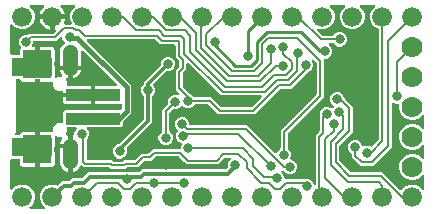
<source format=gbr>
G04 EAGLE Gerber RS-274X export*
G75*
%MOMM*%
%FSLAX34Y34*%
%LPD*%
%INBottom Copper*%
%IPPOS*%
%AMOC8*
5,1,8,0,0,1.08239X$1,22.5*%
G01*
%ADD10R,2.413000X2.413000*%
%ADD11C,1.308000*%
%ADD12C,1.676400*%
%ADD13C,1.778000*%
%ADD14R,4.600000X1.000000*%
%ADD15R,3.400000X1.600000*%
%ADD16C,0.800100*%
%ADD17C,0.203200*%
%ADD18C,0.304800*%
%ADD19C,0.406400*%
%ADD20C,0.254000*%

G36*
X96955Y42431D02*
X96955Y42431D01*
X97043Y42434D01*
X97095Y42451D01*
X97150Y42459D01*
X97230Y42494D01*
X97313Y42521D01*
X97352Y42549D01*
X97410Y42575D01*
X97523Y42671D01*
X97587Y42716D01*
X98559Y43689D01*
X107537Y43689D01*
X107623Y43701D01*
X107711Y43704D01*
X107763Y43721D01*
X107818Y43729D01*
X107898Y43764D01*
X107981Y43791D01*
X108020Y43819D01*
X108078Y43845D01*
X108191Y43941D01*
X108255Y43986D01*
X113672Y49404D01*
X118967Y49404D01*
X119053Y49416D01*
X119141Y49419D01*
X119193Y49436D01*
X119248Y49444D01*
X119328Y49479D01*
X119411Y49506D01*
X119450Y49534D01*
X119508Y49560D01*
X119621Y49656D01*
X119685Y49701D01*
X123197Y53214D01*
X145987Y53214D01*
X146044Y53222D01*
X146103Y53220D01*
X146184Y53242D01*
X146268Y53254D01*
X146321Y53277D01*
X146378Y53292D01*
X146450Y53335D01*
X146527Y53370D01*
X146572Y53408D01*
X146622Y53437D01*
X146680Y53499D01*
X146744Y53553D01*
X146777Y53602D01*
X146817Y53645D01*
X146855Y53720D01*
X146902Y53790D01*
X146920Y53846D01*
X146946Y53898D01*
X146958Y53966D01*
X146988Y54061D01*
X146990Y54161D01*
X147002Y54229D01*
X147002Y55175D01*
X147705Y56872D01*
X147719Y56929D01*
X147743Y56982D01*
X147755Y57066D01*
X147776Y57148D01*
X147774Y57206D01*
X147782Y57264D01*
X147770Y57348D01*
X147768Y57432D01*
X147750Y57488D01*
X147741Y57545D01*
X147707Y57622D01*
X147681Y57703D01*
X147648Y57751D01*
X147624Y57805D01*
X147570Y57869D01*
X147523Y57939D01*
X147478Y57976D01*
X147440Y58021D01*
X147381Y58058D01*
X147305Y58122D01*
X147214Y58162D01*
X147155Y58199D01*
X145172Y59020D01*
X143475Y60717D01*
X142557Y62935D01*
X142557Y65335D01*
X143475Y67553D01*
X144102Y68180D01*
X144137Y68226D01*
X144180Y68267D01*
X144223Y68339D01*
X144273Y68407D01*
X144294Y68461D01*
X144324Y68512D01*
X144344Y68594D01*
X144374Y68672D01*
X144379Y68731D01*
X144394Y68787D01*
X144391Y68872D01*
X144398Y68956D01*
X144387Y69013D01*
X144385Y69072D01*
X144359Y69152D01*
X144342Y69235D01*
X144315Y69286D01*
X144297Y69342D01*
X144257Y69398D01*
X144211Y69487D01*
X144142Y69559D01*
X144102Y69615D01*
X142840Y70877D01*
X141922Y73095D01*
X141922Y75495D01*
X142840Y77713D01*
X144537Y79410D01*
X146755Y80328D01*
X149155Y80328D01*
X151373Y79410D01*
X153070Y77713D01*
X153988Y75495D01*
X153988Y74549D01*
X153996Y74491D01*
X153995Y74433D01*
X154016Y74351D01*
X154028Y74267D01*
X154052Y74214D01*
X154067Y74158D01*
X154110Y74085D01*
X154144Y74008D01*
X154182Y73963D01*
X154212Y73913D01*
X154274Y73855D01*
X154328Y73791D01*
X154377Y73759D01*
X154419Y73719D01*
X154494Y73680D01*
X154565Y73633D01*
X154620Y73616D01*
X154672Y73589D01*
X154740Y73578D01*
X154836Y73548D01*
X154935Y73545D01*
X155003Y73534D01*
X203193Y73534D01*
X226910Y49817D01*
X227002Y49748D01*
X227090Y49674D01*
X227115Y49662D01*
X227137Y49646D01*
X227244Y49605D01*
X227349Y49558D01*
X227377Y49554D01*
X227403Y49544D01*
X227517Y49535D01*
X227631Y49519D01*
X227659Y49523D01*
X227686Y49521D01*
X227799Y49543D01*
X227912Y49560D01*
X227938Y49571D01*
X227965Y49577D01*
X228067Y49630D01*
X228171Y49677D01*
X228193Y49695D01*
X228217Y49708D01*
X228300Y49787D01*
X228388Y49861D01*
X228401Y49882D01*
X228423Y49904D01*
X228558Y50133D01*
X228566Y50146D01*
X229200Y51678D01*
X230969Y53446D01*
X231021Y53516D01*
X231081Y53580D01*
X231107Y53629D01*
X231140Y53673D01*
X231171Y53755D01*
X231211Y53833D01*
X231219Y53880D01*
X231241Y53939D01*
X231253Y54087D01*
X231266Y54164D01*
X231266Y69208D01*
X261449Y99390D01*
X261501Y99460D01*
X261561Y99524D01*
X261587Y99574D01*
X261620Y99618D01*
X261651Y99699D01*
X261691Y99777D01*
X261699Y99825D01*
X261721Y99883D01*
X261733Y100031D01*
X261746Y100108D01*
X261746Y125952D01*
X261734Y126038D01*
X261731Y126126D01*
X261714Y126178D01*
X261706Y126233D01*
X261671Y126313D01*
X261644Y126396D01*
X261616Y126435D01*
X261590Y126493D01*
X261494Y126606D01*
X261449Y126670D01*
X259759Y128359D01*
X259691Y128411D01*
X259628Y128470D01*
X259578Y128496D01*
X259532Y128530D01*
X259452Y128560D01*
X259376Y128600D01*
X259320Y128611D01*
X259267Y128631D01*
X259181Y128638D01*
X259097Y128655D01*
X259040Y128650D01*
X258983Y128655D01*
X258899Y128638D01*
X258813Y128630D01*
X258760Y128610D01*
X258705Y128599D01*
X258628Y128559D01*
X258548Y128528D01*
X258503Y128494D01*
X258452Y128468D01*
X258390Y128409D01*
X258321Y128357D01*
X258287Y128311D01*
X258246Y128272D01*
X258203Y128198D01*
X258151Y128129D01*
X258131Y128076D01*
X258102Y128027D01*
X258081Y127944D01*
X258051Y127863D01*
X258046Y127806D01*
X258032Y127751D01*
X258035Y127666D01*
X258028Y127580D01*
X258039Y127531D01*
X258041Y127467D01*
X258086Y127329D01*
X258104Y127253D01*
X258763Y125660D01*
X258763Y123260D01*
X257845Y121042D01*
X256148Y119345D01*
X255633Y119132D01*
X255606Y119116D01*
X255577Y119107D01*
X255513Y119061D01*
X255388Y118988D01*
X255344Y118941D01*
X255304Y118912D01*
X253695Y117304D01*
X240658Y104266D01*
X231553Y104266D01*
X231467Y104254D01*
X231379Y104251D01*
X231327Y104234D01*
X231272Y104226D01*
X231192Y104191D01*
X231109Y104164D01*
X231070Y104136D01*
X231012Y104110D01*
X230899Y104014D01*
X230835Y103969D01*
X209543Y82676D01*
X178442Y82676D01*
X170485Y90634D01*
X170415Y90686D01*
X170351Y90746D01*
X170301Y90772D01*
X170257Y90805D01*
X170176Y90836D01*
X170098Y90876D01*
X170050Y90884D01*
X169992Y90906D01*
X169844Y90918D01*
X169767Y90931D01*
X158939Y90931D01*
X158852Y90919D01*
X158765Y90916D01*
X158712Y90899D01*
X158658Y90891D01*
X158578Y90856D01*
X158495Y90829D01*
X158455Y90801D01*
X158398Y90775D01*
X158285Y90679D01*
X158221Y90634D01*
X156453Y88865D01*
X154235Y87947D01*
X151835Y87947D01*
X149617Y88865D01*
X148673Y89810D01*
X148626Y89845D01*
X148586Y89887D01*
X148513Y89930D01*
X148446Y89981D01*
X148391Y90002D01*
X148341Y90031D01*
X148259Y90052D01*
X148180Y90082D01*
X148122Y90087D01*
X148065Y90101D01*
X147981Y90099D01*
X147897Y90106D01*
X147839Y90094D01*
X147781Y90092D01*
X147701Y90066D01*
X147618Y90050D01*
X147566Y90023D01*
X147510Y90005D01*
X147454Y89965D01*
X147366Y89919D01*
X147293Y89850D01*
X147237Y89810D01*
X145658Y88230D01*
X143440Y87312D01*
X140939Y87312D01*
X140852Y87300D01*
X140765Y87297D01*
X140712Y87280D01*
X140657Y87272D01*
X140578Y87236D01*
X140494Y87209D01*
X140455Y87181D01*
X140398Y87156D01*
X140285Y87060D01*
X140221Y87014D01*
X137331Y84125D01*
X137279Y84055D01*
X137219Y83991D01*
X137193Y83941D01*
X137160Y83897D01*
X137129Y83816D01*
X137089Y83738D01*
X137081Y83690D01*
X137059Y83632D01*
X137047Y83484D01*
X137034Y83407D01*
X137034Y68769D01*
X137046Y68682D01*
X137049Y68595D01*
X137066Y68542D01*
X137074Y68488D01*
X137109Y68408D01*
X137136Y68325D01*
X137164Y68285D01*
X137190Y68228D01*
X137286Y68115D01*
X137331Y68051D01*
X139100Y66283D01*
X140018Y64065D01*
X140018Y61665D01*
X139100Y59447D01*
X137403Y57750D01*
X135185Y56832D01*
X132785Y56832D01*
X130567Y57750D01*
X128870Y59447D01*
X127952Y61665D01*
X127952Y64065D01*
X128870Y66283D01*
X130639Y68051D01*
X130691Y68121D01*
X130751Y68185D01*
X130777Y68234D01*
X130810Y68278D01*
X130841Y68360D01*
X130881Y68438D01*
X130889Y68485D01*
X130911Y68544D01*
X130923Y68692D01*
X130936Y68769D01*
X130936Y86353D01*
X135909Y91326D01*
X135962Y91396D01*
X136022Y91460D01*
X136047Y91509D01*
X136080Y91553D01*
X136111Y91635D01*
X136151Y91713D01*
X136159Y91760D01*
X136182Y91819D01*
X136194Y91967D01*
X136207Y92044D01*
X136207Y94545D01*
X137125Y96763D01*
X138822Y98460D01*
X141040Y99378D01*
X143440Y99378D01*
X143949Y99168D01*
X144032Y99146D01*
X144112Y99116D01*
X144169Y99111D01*
X144224Y99097D01*
X144310Y99099D01*
X144395Y99092D01*
X144451Y99103D01*
X144508Y99105D01*
X144590Y99131D01*
X144674Y99148D01*
X144725Y99174D01*
X144779Y99191D01*
X144850Y99239D01*
X144926Y99279D01*
X144968Y99318D01*
X145015Y99350D01*
X145070Y99415D01*
X145133Y99475D01*
X145161Y99524D01*
X145198Y99567D01*
X145233Y99646D01*
X145276Y99720D01*
X145290Y99775D01*
X145313Y99827D01*
X145325Y99912D01*
X145346Y99995D01*
X145345Y100052D01*
X145352Y100109D01*
X145340Y100194D01*
X145337Y100280D01*
X145320Y100334D01*
X145312Y100390D01*
X145276Y100468D01*
X145250Y100550D01*
X145221Y100590D01*
X145195Y100649D01*
X145100Y100760D01*
X145055Y100823D01*
X142366Y103512D01*
X142366Y120008D01*
X145244Y122885D01*
X145296Y122955D01*
X145356Y123019D01*
X145382Y123069D01*
X145415Y123113D01*
X145446Y123194D01*
X145486Y123272D01*
X145494Y123320D01*
X145516Y123378D01*
X145528Y123526D01*
X145541Y123603D01*
X145541Y127222D01*
X145529Y127308D01*
X145526Y127396D01*
X145509Y127448D01*
X145501Y127503D01*
X145466Y127583D01*
X145439Y127666D01*
X145411Y127705D01*
X145385Y127763D01*
X145289Y127876D01*
X145244Y127940D01*
X142366Y130817D01*
X142366Y140716D01*
X142358Y140774D01*
X142360Y140832D01*
X142338Y140914D01*
X142326Y140998D01*
X142303Y141051D01*
X142288Y141107D01*
X142245Y141180D01*
X142210Y141257D01*
X142172Y141302D01*
X142143Y141352D01*
X142081Y141410D01*
X142027Y141474D01*
X141978Y141506D01*
X141935Y141546D01*
X141860Y141585D01*
X141790Y141632D01*
X141734Y141649D01*
X141682Y141676D01*
X141614Y141687D01*
X141519Y141717D01*
X141419Y141720D01*
X141351Y141731D01*
X129547Y141731D01*
X127464Y143814D01*
X127464Y143815D01*
X125400Y145879D01*
X125330Y145931D01*
X125266Y145991D01*
X125216Y146017D01*
X125172Y146050D01*
X125091Y146081D01*
X125013Y146121D01*
X124965Y146129D01*
X124907Y146151D01*
X124759Y146163D01*
X124682Y146176D01*
X68398Y146176D01*
X68369Y146172D01*
X68340Y146175D01*
X68229Y146152D01*
X68117Y146136D01*
X68090Y146124D01*
X68061Y146119D01*
X67961Y146067D01*
X67857Y146020D01*
X67835Y146001D01*
X67809Y145988D01*
X67727Y145910D01*
X67640Y145837D01*
X67624Y145812D01*
X67603Y145792D01*
X67545Y145694D01*
X67483Y145600D01*
X67474Y145572D01*
X67459Y145547D01*
X67431Y145437D01*
X67397Y145329D01*
X67396Y145299D01*
X67389Y145271D01*
X67392Y145158D01*
X67390Y145045D01*
X67397Y145016D01*
X67398Y144987D01*
X67433Y144879D01*
X67461Y144770D01*
X67476Y144744D01*
X67485Y144716D01*
X67531Y144653D01*
X67607Y144525D01*
X67652Y144482D01*
X67680Y144443D01*
X105030Y107094D01*
X105030Y84041D01*
X97890Y76902D01*
X97838Y76832D01*
X97778Y76768D01*
X97752Y76719D01*
X97719Y76674D01*
X97688Y76593D01*
X97648Y76515D01*
X97640Y76467D01*
X97618Y76409D01*
X97606Y76261D01*
X97593Y76184D01*
X97593Y73058D01*
X96402Y71867D01*
X68021Y71867D01*
X67992Y71863D01*
X67963Y71866D01*
X67852Y71843D01*
X67740Y71827D01*
X67713Y71815D01*
X67684Y71810D01*
X67583Y71757D01*
X67480Y71711D01*
X67458Y71692D01*
X67432Y71679D01*
X67350Y71601D01*
X67263Y71528D01*
X67247Y71503D01*
X67226Y71483D01*
X67168Y71385D01*
X67106Y71291D01*
X67097Y71263D01*
X67082Y71238D01*
X67054Y71128D01*
X67020Y71020D01*
X67019Y70990D01*
X67012Y70962D01*
X67015Y70849D01*
X67012Y70736D01*
X67020Y70707D01*
X67021Y70678D01*
X67056Y70570D01*
X67084Y70461D01*
X67099Y70435D01*
X67108Y70407D01*
X67154Y70343D01*
X67230Y70216D01*
X67275Y70173D01*
X67303Y70134D01*
X67980Y69458D01*
X68898Y67240D01*
X68898Y64840D01*
X67980Y62622D01*
X67481Y62124D01*
X67470Y62109D01*
X67460Y62101D01*
X67434Y62062D01*
X67429Y62054D01*
X67369Y61990D01*
X67343Y61941D01*
X67310Y61897D01*
X67279Y61815D01*
X67239Y61737D01*
X67231Y61689D01*
X67209Y61631D01*
X67197Y61483D01*
X67184Y61406D01*
X67184Y44704D01*
X67192Y44646D01*
X67190Y44588D01*
X67212Y44506D01*
X67224Y44422D01*
X67247Y44369D01*
X67262Y44313D01*
X67305Y44240D01*
X67340Y44163D01*
X67378Y44118D01*
X67407Y44068D01*
X67469Y44010D01*
X67523Y43946D01*
X67572Y43914D01*
X67615Y43874D01*
X67690Y43835D01*
X67760Y43788D01*
X67816Y43771D01*
X67868Y43744D01*
X67936Y43733D01*
X68031Y43703D01*
X68131Y43700D01*
X68199Y43689D01*
X88893Y43689D01*
X89865Y42716D01*
X89935Y42664D01*
X89999Y42604D01*
X90049Y42578D01*
X90093Y42545D01*
X90174Y42514D01*
X90252Y42474D01*
X90300Y42466D01*
X90358Y42444D01*
X90506Y42432D01*
X90583Y42419D01*
X96869Y42419D01*
X96955Y42431D01*
G37*
G36*
X333362Y18209D02*
X333362Y18209D01*
X333420Y18211D01*
X333501Y18237D01*
X333583Y18253D01*
X333635Y18280D01*
X333691Y18298D01*
X333747Y18338D01*
X333836Y18384D01*
X333908Y18453D01*
X333964Y18493D01*
X337000Y21529D01*
X340828Y23115D01*
X344972Y23115D01*
X348799Y21529D01*
X351326Y19003D01*
X351350Y18985D01*
X351369Y18963D01*
X351463Y18900D01*
X351553Y18832D01*
X351581Y18821D01*
X351605Y18805D01*
X351713Y18771D01*
X351819Y18730D01*
X351848Y18728D01*
X351876Y18719D01*
X351990Y18716D01*
X352102Y18707D01*
X352131Y18713D01*
X352160Y18712D01*
X352270Y18740D01*
X352381Y18763D01*
X352407Y18776D01*
X352435Y18784D01*
X352533Y18842D01*
X352633Y18894D01*
X352655Y18914D01*
X352680Y18929D01*
X352757Y19011D01*
X352839Y19090D01*
X352854Y19115D01*
X352874Y19136D01*
X352926Y19237D01*
X352983Y19335D01*
X352990Y19363D01*
X353004Y19389D01*
X353017Y19467D01*
X353053Y19610D01*
X353051Y19673D01*
X353059Y19720D01*
X353059Y30361D01*
X353055Y30390D01*
X353058Y30419D01*
X353035Y30531D01*
X353019Y30643D01*
X353007Y30669D01*
X353002Y30698D01*
X352949Y30799D01*
X352903Y30902D01*
X352884Y30924D01*
X352871Y30951D01*
X352793Y31033D01*
X352720Y31119D01*
X352695Y31135D01*
X352675Y31157D01*
X352577Y31214D01*
X352483Y31277D01*
X352455Y31286D01*
X352430Y31300D01*
X352320Y31328D01*
X352212Y31362D01*
X352182Y31363D01*
X352154Y31370D01*
X352041Y31367D01*
X351928Y31370D01*
X351899Y31362D01*
X351870Y31361D01*
X351762Y31326D01*
X351653Y31298D01*
X351627Y31283D01*
X351599Y31274D01*
X351536Y31228D01*
X351408Y31153D01*
X351365Y31107D01*
X351326Y31079D01*
X349087Y28840D01*
X345073Y27177D01*
X340727Y27177D01*
X336713Y28840D01*
X333640Y31913D01*
X331977Y35927D01*
X331977Y40273D01*
X333640Y44287D01*
X336713Y47360D01*
X340727Y49023D01*
X345073Y49023D01*
X349087Y47360D01*
X351326Y45121D01*
X351350Y45103D01*
X351369Y45081D01*
X351463Y45018D01*
X351553Y44950D01*
X351581Y44940D01*
X351605Y44923D01*
X351713Y44889D01*
X351819Y44849D01*
X351848Y44846D01*
X351876Y44838D01*
X351990Y44835D01*
X352102Y44825D01*
X352131Y44831D01*
X352160Y44830D01*
X352270Y44859D01*
X352381Y44881D01*
X352407Y44895D01*
X352435Y44902D01*
X352533Y44960D01*
X352633Y45012D01*
X352655Y45032D01*
X352680Y45047D01*
X352757Y45130D01*
X352839Y45208D01*
X352854Y45233D01*
X352874Y45255D01*
X352926Y45355D01*
X352983Y45453D01*
X352990Y45482D01*
X353004Y45508D01*
X353017Y45585D01*
X353053Y45729D01*
X353051Y45791D01*
X353059Y45839D01*
X353059Y55761D01*
X353055Y55790D01*
X353058Y55819D01*
X353035Y55931D01*
X353019Y56043D01*
X353007Y56069D01*
X353002Y56098D01*
X352949Y56199D01*
X352903Y56302D01*
X352884Y56324D01*
X352871Y56351D01*
X352793Y56433D01*
X352720Y56519D01*
X352695Y56535D01*
X352675Y56557D01*
X352577Y56614D01*
X352483Y56677D01*
X352455Y56686D01*
X352430Y56700D01*
X352320Y56728D01*
X352212Y56762D01*
X352182Y56763D01*
X352154Y56770D01*
X352041Y56767D01*
X351928Y56770D01*
X351899Y56762D01*
X351870Y56761D01*
X351762Y56726D01*
X351653Y56698D01*
X351627Y56683D01*
X351599Y56674D01*
X351536Y56628D01*
X351408Y56553D01*
X351365Y56507D01*
X351326Y56479D01*
X349087Y54240D01*
X345073Y52577D01*
X340727Y52577D01*
X336713Y54240D01*
X333640Y57313D01*
X331977Y61327D01*
X331977Y65673D01*
X333640Y69687D01*
X336713Y72760D01*
X340727Y74423D01*
X345073Y74423D01*
X349087Y72760D01*
X351326Y70521D01*
X351350Y70503D01*
X351369Y70481D01*
X351463Y70418D01*
X351553Y70350D01*
X351581Y70340D01*
X351605Y70323D01*
X351713Y70289D01*
X351819Y70249D01*
X351848Y70246D01*
X351876Y70238D01*
X351990Y70235D01*
X352102Y70225D01*
X352131Y70231D01*
X352160Y70230D01*
X352270Y70259D01*
X352381Y70281D01*
X352407Y70295D01*
X352435Y70302D01*
X352533Y70360D01*
X352633Y70412D01*
X352655Y70432D01*
X352680Y70447D01*
X352757Y70530D01*
X352839Y70608D01*
X352854Y70633D01*
X352874Y70655D01*
X352926Y70755D01*
X352983Y70853D01*
X352990Y70882D01*
X353004Y70908D01*
X353017Y70985D01*
X353053Y71129D01*
X353051Y71191D01*
X353059Y71239D01*
X353059Y81161D01*
X353055Y81190D01*
X353058Y81219D01*
X353035Y81331D01*
X353019Y81443D01*
X353007Y81469D01*
X353002Y81498D01*
X352949Y81599D01*
X352903Y81702D01*
X352884Y81724D01*
X352871Y81751D01*
X352793Y81833D01*
X352720Y81919D01*
X352695Y81935D01*
X352675Y81957D01*
X352577Y82014D01*
X352483Y82077D01*
X352455Y82086D01*
X352430Y82100D01*
X352320Y82128D01*
X352212Y82162D01*
X352182Y82163D01*
X352154Y82170D01*
X352041Y82167D01*
X351928Y82170D01*
X351899Y82162D01*
X351870Y82161D01*
X351762Y82126D01*
X351653Y82098D01*
X351627Y82083D01*
X351599Y82074D01*
X351536Y82028D01*
X351408Y81953D01*
X351365Y81907D01*
X351326Y81879D01*
X349087Y79640D01*
X345073Y77977D01*
X340727Y77977D01*
X336713Y79640D01*
X333640Y82713D01*
X331977Y86727D01*
X331977Y90742D01*
X331969Y90799D01*
X331971Y90858D01*
X331949Y90939D01*
X331937Y91023D01*
X331914Y91076D01*
X331899Y91133D01*
X331856Y91205D01*
X331821Y91282D01*
X331783Y91327D01*
X331754Y91377D01*
X331692Y91435D01*
X331638Y91499D01*
X331589Y91532D01*
X331546Y91572D01*
X331471Y91610D01*
X331401Y91657D01*
X331345Y91675D01*
X331293Y91701D01*
X331225Y91713D01*
X331130Y91743D01*
X331030Y91745D01*
X330962Y91757D01*
X329000Y91757D01*
X327033Y92572D01*
X326921Y92600D01*
X326812Y92635D01*
X326784Y92636D01*
X326757Y92643D01*
X326643Y92639D01*
X326528Y92642D01*
X326501Y92635D01*
X326473Y92634D01*
X326364Y92599D01*
X326253Y92570D01*
X326229Y92556D01*
X326202Y92548D01*
X326107Y92484D01*
X326008Y92425D01*
X325989Y92405D01*
X325966Y92390D01*
X325892Y92302D01*
X325814Y92218D01*
X325801Y92193D01*
X325783Y92172D01*
X325737Y92067D01*
X325684Y91965D01*
X325680Y91940D01*
X325668Y91912D01*
X325631Y91648D01*
X325629Y91634D01*
X325629Y54617D01*
X309873Y38861D01*
X299092Y38861D01*
X291591Y46362D01*
X291591Y48706D01*
X291579Y48793D01*
X291576Y48880D01*
X291559Y48933D01*
X291551Y48987D01*
X291516Y49067D01*
X291489Y49150D01*
X291461Y49190D01*
X291435Y49247D01*
X291339Y49360D01*
X291294Y49424D01*
X289525Y51192D01*
X288607Y53410D01*
X288607Y55810D01*
X289525Y58028D01*
X291222Y59725D01*
X293440Y60643D01*
X295840Y60643D01*
X298058Y59725D01*
X299755Y58028D01*
X300576Y56045D01*
X300606Y55994D01*
X300627Y55940D01*
X300678Y55872D01*
X300721Y55800D01*
X300763Y55760D01*
X300798Y55713D01*
X300866Y55662D01*
X300927Y55605D01*
X300979Y55578D01*
X301026Y55543D01*
X301105Y55513D01*
X301180Y55474D01*
X301237Y55463D01*
X301292Y55442D01*
X301376Y55436D01*
X301459Y55419D01*
X301517Y55424D01*
X301575Y55420D01*
X301643Y55435D01*
X301742Y55444D01*
X301835Y55480D01*
X301903Y55495D01*
X303600Y56198D01*
X306000Y56198D01*
X307987Y55375D01*
X307989Y55375D01*
X307990Y55374D01*
X308123Y55340D01*
X308263Y55304D01*
X308264Y55304D01*
X308266Y55304D01*
X308406Y55308D01*
X308547Y55312D01*
X308548Y55313D01*
X308550Y55313D01*
X308683Y55356D01*
X308817Y55399D01*
X308819Y55400D01*
X308820Y55400D01*
X308832Y55409D01*
X309054Y55557D01*
X309073Y55581D01*
X309094Y55595D01*
X314154Y60655D01*
X314206Y60725D01*
X314266Y60789D01*
X314292Y60839D01*
X314325Y60883D01*
X314356Y60964D01*
X314396Y61042D01*
X314404Y61090D01*
X314426Y61148D01*
X314434Y61248D01*
X314437Y61257D01*
X314438Y61296D01*
X314451Y61373D01*
X314451Y154412D01*
X314451Y154413D01*
X314451Y154415D01*
X314431Y154555D01*
X314411Y154693D01*
X314411Y154695D01*
X314411Y154696D01*
X314354Y154821D01*
X314295Y154953D01*
X314294Y154954D01*
X314293Y154955D01*
X314202Y155062D01*
X314112Y155170D01*
X314110Y155170D01*
X314109Y155172D01*
X314096Y155180D01*
X313875Y155327D01*
X313846Y155336D01*
X313825Y155350D01*
X311600Y156271D01*
X308671Y159200D01*
X307085Y163028D01*
X307085Y167172D01*
X308671Y170999D01*
X311197Y173526D01*
X311215Y173550D01*
X311237Y173569D01*
X311300Y173663D01*
X311368Y173753D01*
X311379Y173781D01*
X311395Y173805D01*
X311429Y173913D01*
X311470Y174019D01*
X311472Y174048D01*
X311481Y174076D01*
X311484Y174190D01*
X311493Y174302D01*
X311487Y174331D01*
X311488Y174360D01*
X311460Y174470D01*
X311437Y174581D01*
X311424Y174607D01*
X311416Y174635D01*
X311358Y174733D01*
X311306Y174833D01*
X311286Y174855D01*
X311271Y174880D01*
X311189Y174957D01*
X311110Y175039D01*
X311085Y175054D01*
X311064Y175074D01*
X310963Y175126D01*
X310865Y175183D01*
X310837Y175190D01*
X310811Y175204D01*
X310733Y175217D01*
X310590Y175253D01*
X310527Y175251D01*
X310480Y175259D01*
X299120Y175259D01*
X299091Y175255D01*
X299062Y175258D01*
X298951Y175235D01*
X298839Y175219D01*
X298812Y175207D01*
X298783Y175202D01*
X298683Y175149D01*
X298580Y175103D01*
X298557Y175084D01*
X298531Y175071D01*
X298449Y174993D01*
X298363Y174920D01*
X298346Y174895D01*
X298325Y174875D01*
X298268Y174777D01*
X298205Y174683D01*
X298196Y174655D01*
X298181Y174630D01*
X298153Y174520D01*
X298119Y174412D01*
X298118Y174382D01*
X298111Y174354D01*
X298115Y174241D01*
X298112Y174128D01*
X298119Y174099D01*
X298120Y174070D01*
X298155Y173962D01*
X298184Y173853D01*
X298199Y173827D01*
X298208Y173799D01*
X298253Y173736D01*
X298329Y173608D01*
X298375Y173565D01*
X298403Y173526D01*
X300929Y170999D01*
X302515Y167172D01*
X302515Y163028D01*
X300929Y159200D01*
X298000Y156271D01*
X294172Y154685D01*
X290028Y154685D01*
X286200Y156271D01*
X283271Y159200D01*
X281685Y163028D01*
X281685Y167172D01*
X283271Y170999D01*
X285797Y173526D01*
X285815Y173550D01*
X285837Y173569D01*
X285900Y173663D01*
X285968Y173753D01*
X285979Y173781D01*
X285995Y173805D01*
X286029Y173913D01*
X286070Y174019D01*
X286072Y174048D01*
X286081Y174076D01*
X286084Y174190D01*
X286093Y174302D01*
X286087Y174331D01*
X286088Y174360D01*
X286060Y174470D01*
X286037Y174581D01*
X286024Y174607D01*
X286016Y174635D01*
X285958Y174733D01*
X285906Y174833D01*
X285886Y174855D01*
X285871Y174880D01*
X285789Y174957D01*
X285710Y175039D01*
X285685Y175054D01*
X285664Y175074D01*
X285563Y175126D01*
X285465Y175183D01*
X285437Y175190D01*
X285411Y175204D01*
X285333Y175217D01*
X285190Y175253D01*
X285127Y175251D01*
X285080Y175259D01*
X273720Y175259D01*
X273691Y175255D01*
X273662Y175258D01*
X273551Y175235D01*
X273439Y175219D01*
X273412Y175207D01*
X273383Y175202D01*
X273283Y175149D01*
X273180Y175103D01*
X273157Y175084D01*
X273131Y175071D01*
X273049Y174993D01*
X272963Y174920D01*
X272946Y174895D01*
X272925Y174875D01*
X272868Y174777D01*
X272805Y174683D01*
X272796Y174655D01*
X272781Y174630D01*
X272753Y174520D01*
X272719Y174412D01*
X272718Y174382D01*
X272711Y174354D01*
X272715Y174241D01*
X272712Y174128D01*
X272719Y174099D01*
X272720Y174070D01*
X272755Y173962D01*
X272784Y173853D01*
X272799Y173827D01*
X272808Y173799D01*
X272853Y173736D01*
X272929Y173608D01*
X272975Y173565D01*
X273003Y173526D01*
X275529Y170999D01*
X277115Y167172D01*
X277115Y163028D01*
X275529Y159200D01*
X272600Y156271D01*
X268772Y154685D01*
X264628Y154685D01*
X263331Y155223D01*
X263248Y155244D01*
X263168Y155275D01*
X263111Y155279D01*
X263056Y155294D01*
X262970Y155291D01*
X262884Y155298D01*
X262829Y155287D01*
X262772Y155285D01*
X262690Y155259D01*
X262606Y155242D01*
X262555Y155216D01*
X262501Y155199D01*
X262430Y155151D01*
X262353Y155111D01*
X262312Y155072D01*
X262265Y155040D01*
X262210Y154975D01*
X262147Y154916D01*
X262118Y154866D01*
X262082Y154823D01*
X262047Y154744D01*
X262004Y154670D01*
X261990Y154615D01*
X261966Y154563D01*
X261955Y154478D01*
X261933Y154395D01*
X261935Y154338D01*
X261927Y154281D01*
X261940Y154196D01*
X261942Y154111D01*
X261960Y154056D01*
X261968Y154000D01*
X262004Y153922D01*
X262030Y153840D01*
X262059Y153800D01*
X262085Y153741D01*
X262179Y153630D01*
X262225Y153567D01*
X266395Y149396D01*
X266465Y149344D01*
X266529Y149284D01*
X266579Y149258D01*
X266623Y149225D01*
X266704Y149194D01*
X266782Y149154D01*
X266830Y149146D01*
X266888Y149124D01*
X267036Y149112D01*
X267113Y149099D01*
X275401Y149099D01*
X275488Y149111D01*
X275575Y149114D01*
X275628Y149131D01*
X275682Y149139D01*
X275762Y149174D01*
X275845Y149201D01*
X275885Y149229D01*
X275942Y149255D01*
X276055Y149351D01*
X276119Y149396D01*
X277887Y151165D01*
X280105Y152083D01*
X282505Y152083D01*
X284723Y151165D01*
X286420Y149468D01*
X287338Y147250D01*
X287338Y144850D01*
X286420Y142632D01*
X284723Y140935D01*
X282505Y140017D01*
X280105Y140017D01*
X277887Y140935D01*
X276119Y142704D01*
X276049Y142756D01*
X275985Y142816D01*
X275936Y142842D01*
X275892Y142875D01*
X275810Y142906D01*
X275732Y142946D01*
X275684Y142954D01*
X275626Y142976D01*
X275478Y142988D01*
X275401Y143001D01*
X272941Y143001D01*
X272856Y142989D01*
X272770Y142987D01*
X272716Y142969D01*
X272660Y142961D01*
X272582Y142926D01*
X272500Y142900D01*
X272452Y142868D01*
X272401Y142845D01*
X272335Y142790D01*
X272264Y142742D01*
X272227Y142698D01*
X272184Y142662D01*
X272136Y142590D01*
X272081Y142524D01*
X272057Y142472D01*
X272026Y142425D01*
X272000Y142343D01*
X271965Y142264D01*
X271957Y142208D01*
X271940Y142154D01*
X271938Y142068D01*
X271926Y141983D01*
X271934Y141926D01*
X271933Y141870D01*
X271955Y141786D01*
X271967Y141701D01*
X271990Y141650D01*
X272005Y141595D01*
X272049Y141521D01*
X272084Y141442D01*
X272121Y141399D01*
X272150Y141350D01*
X272213Y141291D01*
X272268Y141226D01*
X272310Y141200D01*
X272357Y141156D01*
X272486Y141090D01*
X272553Y141048D01*
X272658Y141005D01*
X274355Y139308D01*
X275273Y137090D01*
X275273Y134690D01*
X274355Y132472D01*
X272658Y130775D01*
X270440Y129857D01*
X268859Y129857D01*
X268801Y129849D01*
X268743Y129850D01*
X268661Y129829D01*
X268577Y129817D01*
X268524Y129793D01*
X268468Y129778D01*
X268395Y129735D01*
X268318Y129701D01*
X268273Y129663D01*
X268223Y129633D01*
X268165Y129571D01*
X268101Y129517D01*
X268069Y129468D01*
X268029Y129426D01*
X267990Y129351D01*
X267943Y129280D01*
X267926Y129225D01*
X267899Y129173D01*
X267888Y129105D01*
X267858Y129009D01*
X267855Y128910D01*
X267844Y128842D01*
X267844Y97162D01*
X237661Y66980D01*
X237609Y66910D01*
X237549Y66846D01*
X237523Y66796D01*
X237490Y66752D01*
X237459Y66671D01*
X237419Y66593D01*
X237411Y66545D01*
X237389Y66487D01*
X237377Y66339D01*
X237364Y66262D01*
X237364Y54164D01*
X237376Y54077D01*
X237379Y53990D01*
X237396Y53937D01*
X237404Y53883D01*
X237439Y53803D01*
X237466Y53720D01*
X237494Y53680D01*
X237520Y53623D01*
X237616Y53510D01*
X237661Y53446D01*
X239430Y51678D01*
X240348Y49460D01*
X240348Y47060D01*
X239717Y45537D01*
X239689Y45426D01*
X239654Y45316D01*
X239653Y45289D01*
X239646Y45262D01*
X239650Y45147D01*
X239647Y45032D01*
X239654Y45005D01*
X239655Y44978D01*
X239690Y44868D01*
X239719Y44757D01*
X239733Y44733D01*
X239741Y44707D01*
X239805Y44611D01*
X239864Y44513D01*
X239884Y44494D01*
X239900Y44471D01*
X239987Y44397D01*
X240071Y44318D01*
X240096Y44305D01*
X240117Y44288D01*
X240222Y44241D01*
X240324Y44189D01*
X240349Y44185D01*
X240377Y44172D01*
X240563Y44146D01*
X242813Y43215D01*
X244510Y41518D01*
X245428Y39300D01*
X245428Y36900D01*
X244510Y34682D01*
X242813Y32985D01*
X240595Y32067D01*
X238195Y32067D01*
X235977Y32985D01*
X234209Y34754D01*
X234139Y34806D01*
X234075Y34866D01*
X234026Y34892D01*
X233982Y34925D01*
X233900Y34956D01*
X233822Y34996D01*
X233774Y35004D01*
X233716Y35026D01*
X233568Y35038D01*
X233491Y35051D01*
X233107Y35051D01*
X233078Y35047D01*
X233049Y35050D01*
X232938Y35027D01*
X232826Y35011D01*
X232799Y34999D01*
X232770Y34994D01*
X232669Y34941D01*
X232566Y34895D01*
X232544Y34876D01*
X232518Y34863D01*
X232436Y34785D01*
X232349Y34712D01*
X232333Y34687D01*
X232312Y34667D01*
X232254Y34569D01*
X232192Y34475D01*
X232183Y34447D01*
X232168Y34422D01*
X232140Y34312D01*
X232106Y34204D01*
X232105Y34174D01*
X232098Y34146D01*
X232101Y34033D01*
X232098Y33920D01*
X232106Y33891D01*
X232107Y33862D01*
X232142Y33754D01*
X232170Y33645D01*
X232185Y33619D01*
X232194Y33591D01*
X232240Y33527D01*
X232316Y33400D01*
X232336Y33381D01*
X232338Y33378D01*
X232364Y33353D01*
X232389Y33318D01*
X233715Y31993D01*
X234633Y29775D01*
X234633Y28829D01*
X234641Y28771D01*
X234640Y28713D01*
X234661Y28631D01*
X234673Y28547D01*
X234697Y28494D01*
X234712Y28438D01*
X234755Y28365D01*
X234789Y28288D01*
X234827Y28243D01*
X234857Y28193D01*
X234919Y28135D01*
X234973Y28071D01*
X235022Y28039D01*
X235064Y27999D01*
X235139Y27960D01*
X235210Y27913D01*
X235265Y27896D01*
X235317Y27869D01*
X235385Y27858D01*
X235481Y27828D01*
X235580Y27825D01*
X235648Y27814D01*
X251474Y27814D01*
X251480Y27808D01*
X251529Y27783D01*
X251573Y27750D01*
X251655Y27719D01*
X251733Y27679D01*
X251780Y27671D01*
X251839Y27648D01*
X251987Y27636D01*
X252064Y27623D01*
X254565Y27623D01*
X256783Y26705D01*
X258480Y25008D01*
X259158Y23370D01*
X259202Y23296D01*
X259237Y23218D01*
X259274Y23174D01*
X259303Y23125D01*
X259365Y23066D01*
X259421Y23001D01*
X259468Y22969D01*
X259509Y22930D01*
X259586Y22891D01*
X259657Y22843D01*
X259711Y22826D01*
X259762Y22800D01*
X259846Y22783D01*
X259928Y22757D01*
X259985Y22756D01*
X260041Y22745D01*
X260126Y22752D01*
X260212Y22750D01*
X260267Y22764D01*
X260324Y22769D01*
X260404Y22800D01*
X260487Y22822D01*
X260536Y22851D01*
X260589Y22871D01*
X260658Y22923D01*
X260732Y22967D01*
X260771Y23008D01*
X260816Y23043D01*
X260868Y23112D01*
X260926Y23174D01*
X260952Y23225D01*
X260986Y23270D01*
X261017Y23351D01*
X261056Y23427D01*
X261064Y23476D01*
X261087Y23536D01*
X261098Y23681D01*
X261111Y23758D01*
X261111Y64763D01*
X263989Y67640D01*
X264041Y67710D01*
X264101Y67774D01*
X264127Y67824D01*
X264160Y67868D01*
X264191Y67949D01*
X264231Y68027D01*
X264239Y68075D01*
X264261Y68133D01*
X264273Y68281D01*
X264286Y68358D01*
X264286Y81929D01*
X264292Y81935D01*
X264317Y81984D01*
X264350Y82028D01*
X264381Y82110D01*
X264421Y82188D01*
X264429Y82235D01*
X264452Y82294D01*
X264464Y82442D01*
X264477Y82519D01*
X264477Y84385D01*
X265395Y86603D01*
X267092Y88300D01*
X269310Y89218D01*
X271710Y89218D01*
X273928Y88300D01*
X274237Y87990D01*
X274284Y87955D01*
X274324Y87913D01*
X274397Y87870D01*
X274464Y87819D01*
X274519Y87798D01*
X274569Y87769D01*
X274651Y87748D01*
X274730Y87718D01*
X274788Y87713D01*
X274845Y87699D01*
X274929Y87701D01*
X275013Y87694D01*
X275071Y87706D01*
X275129Y87708D01*
X275209Y87734D01*
X275292Y87750D01*
X275344Y87777D01*
X275400Y87795D01*
X275456Y87835D01*
X275544Y87881D01*
X275617Y87950D01*
X275673Y87990D01*
X276206Y88523D01*
X276275Y88615D01*
X276349Y88703D01*
X276360Y88728D01*
X276377Y88750D01*
X276418Y88858D01*
X276464Y88963D01*
X276468Y88990D01*
X276478Y89016D01*
X276488Y89130D01*
X276503Y89244D01*
X276499Y89272D01*
X276502Y89299D01*
X276479Y89412D01*
X276463Y89526D01*
X276451Y89551D01*
X276446Y89578D01*
X276393Y89680D01*
X276346Y89785D01*
X276328Y89806D01*
X276315Y89830D01*
X276236Y89914D01*
X276161Y90001D01*
X276140Y90014D01*
X276119Y90037D01*
X276027Y90090D01*
X274285Y91832D01*
X273367Y94050D01*
X273367Y96450D01*
X274285Y98668D01*
X275982Y100365D01*
X278200Y101283D01*
X280600Y101283D01*
X282818Y100365D01*
X284515Y98668D01*
X285442Y96430D01*
X285445Y96402D01*
X285448Y96315D01*
X285465Y96262D01*
X285473Y96207D01*
X285509Y96128D01*
X285536Y96044D01*
X285564Y96005D01*
X285589Y95948D01*
X285685Y95835D01*
X285731Y95771D01*
X292609Y88893D01*
X292609Y67317D01*
X281476Y56185D01*
X281424Y56115D01*
X281364Y56051D01*
X281338Y56001D01*
X281305Y55957D01*
X281274Y55876D01*
X281234Y55798D01*
X281226Y55750D01*
X281204Y55692D01*
X281192Y55544D01*
X281179Y55467D01*
X281179Y43593D01*
X281191Y43507D01*
X281194Y43419D01*
X281211Y43367D01*
X281219Y43312D01*
X281254Y43232D01*
X281281Y43149D01*
X281309Y43110D01*
X281335Y43052D01*
X281431Y42939D01*
X281476Y42875D01*
X290525Y33826D01*
X290595Y33774D01*
X290659Y33714D01*
X290709Y33688D01*
X290753Y33655D01*
X290834Y33624D01*
X290912Y33584D01*
X290960Y33576D01*
X291018Y33554D01*
X291166Y33542D01*
X291243Y33529D01*
X317493Y33529D01*
X332529Y18493D01*
X332575Y18458D01*
X332616Y18415D01*
X332688Y18373D01*
X332756Y18322D01*
X332810Y18301D01*
X332861Y18272D01*
X332942Y18251D01*
X333021Y18221D01*
X333080Y18216D01*
X333136Y18202D01*
X333221Y18204D01*
X333305Y18197D01*
X333362Y18209D01*
G37*
G36*
X10034Y64942D02*
X10034Y64942D01*
X10103Y64942D01*
X10175Y64962D01*
X10248Y64973D01*
X10311Y65000D01*
X10376Y65019D01*
X10440Y65058D01*
X10508Y65089D01*
X10560Y65133D01*
X10618Y65169D01*
X10668Y65224D01*
X10725Y65272D01*
X10763Y65329D01*
X10808Y65380D01*
X10834Y65437D01*
X10882Y65509D01*
X10917Y65618D01*
X10948Y65685D01*
X11017Y65946D01*
X11352Y66525D01*
X11825Y66998D01*
X12404Y67333D01*
X13051Y67506D01*
X23419Y67506D01*
X23419Y65948D01*
X23427Y65890D01*
X23425Y65832D01*
X23447Y65750D01*
X23459Y65666D01*
X23483Y65613D01*
X23497Y65557D01*
X23540Y65484D01*
X23575Y65407D01*
X23613Y65362D01*
X23643Y65312D01*
X23704Y65254D01*
X23759Y65190D01*
X23807Y65158D01*
X23850Y65118D01*
X23925Y65079D01*
X23995Y65032D01*
X24051Y65015D01*
X24103Y64988D01*
X24171Y64977D01*
X24266Y64947D01*
X24366Y64944D01*
X24434Y64933D01*
X26466Y64933D01*
X26524Y64941D01*
X26582Y64939D01*
X26664Y64961D01*
X26747Y64973D01*
X26801Y64996D01*
X26857Y65011D01*
X26930Y65054D01*
X27007Y65089D01*
X27052Y65127D01*
X27102Y65156D01*
X27160Y65218D01*
X27224Y65272D01*
X27256Y65321D01*
X27296Y65364D01*
X27335Y65439D01*
X27381Y65509D01*
X27399Y65565D01*
X27426Y65617D01*
X27437Y65685D01*
X27467Y65780D01*
X27470Y65880D01*
X27481Y65948D01*
X27481Y67506D01*
X37394Y67506D01*
X37452Y67514D01*
X37510Y67512D01*
X37592Y67534D01*
X37676Y67546D01*
X37729Y67569D01*
X37785Y67584D01*
X37858Y67627D01*
X37935Y67662D01*
X37980Y67700D01*
X38030Y67729D01*
X38088Y67791D01*
X38152Y67845D01*
X38184Y67894D01*
X38224Y67937D01*
X38263Y68012D01*
X38310Y68082D01*
X38327Y68138D01*
X38354Y68190D01*
X38365Y68258D01*
X38395Y68353D01*
X38398Y68453D01*
X38409Y68521D01*
X38409Y70602D01*
X39329Y72822D01*
X41028Y74521D01*
X43248Y75441D01*
X45652Y75441D01*
X46123Y75245D01*
X46234Y75217D01*
X46344Y75182D01*
X46372Y75181D01*
X46399Y75174D01*
X46513Y75178D01*
X46628Y75175D01*
X46655Y75182D01*
X46683Y75182D01*
X46792Y75217D01*
X46903Y75246D01*
X46927Y75261D01*
X46954Y75269D01*
X47049Y75333D01*
X47148Y75392D01*
X47167Y75412D01*
X47190Y75427D01*
X47264Y75515D01*
X47342Y75599D01*
X47355Y75624D01*
X47373Y75645D01*
X47420Y75750D01*
X47472Y75852D01*
X47476Y75877D01*
X47488Y75905D01*
X47525Y76169D01*
X47527Y76183D01*
X47527Y84742D01*
X48718Y85933D01*
X95004Y85933D01*
X95090Y85945D01*
X95178Y85948D01*
X95230Y85965D01*
X95285Y85973D01*
X95365Y86008D01*
X95448Y86035D01*
X95488Y86063D01*
X95545Y86089D01*
X95658Y86185D01*
X95722Y86230D01*
X96603Y87111D01*
X96618Y87132D01*
X96635Y87146D01*
X96667Y87193D01*
X96715Y87245D01*
X96741Y87294D01*
X96774Y87339D01*
X96788Y87375D01*
X96793Y87383D01*
X96805Y87419D01*
X96805Y87420D01*
X96845Y87498D01*
X96853Y87546D01*
X96875Y87604D01*
X96887Y87752D01*
X96900Y87829D01*
X96900Y90344D01*
X96892Y90402D01*
X96894Y90460D01*
X96872Y90542D01*
X96860Y90626D01*
X96837Y90679D01*
X96822Y90735D01*
X96779Y90808D01*
X96744Y90885D01*
X96706Y90930D01*
X96677Y90980D01*
X96615Y91038D01*
X96561Y91102D01*
X96512Y91134D01*
X96469Y91174D01*
X96394Y91213D01*
X96324Y91260D01*
X96268Y91277D01*
X96216Y91304D01*
X96148Y91315D01*
X96053Y91345D01*
X95953Y91348D01*
X95885Y91359D01*
X74591Y91359D01*
X74591Y97884D01*
X74583Y97942D01*
X74584Y98000D01*
X74563Y98082D01*
X74551Y98165D01*
X74527Y98219D01*
X74513Y98275D01*
X74470Y98348D01*
X74435Y98425D01*
X74397Y98469D01*
X74367Y98520D01*
X74306Y98577D01*
X74251Y98642D01*
X74203Y98674D01*
X74160Y98714D01*
X74085Y98753D01*
X74015Y98799D01*
X73959Y98817D01*
X73907Y98844D01*
X73839Y98855D01*
X73744Y98885D01*
X73644Y98888D01*
X73576Y98899D01*
X72559Y98899D01*
X72559Y98901D01*
X73576Y98901D01*
X73634Y98909D01*
X73692Y98908D01*
X73774Y98929D01*
X73857Y98941D01*
X73911Y98965D01*
X73967Y98979D01*
X74040Y99022D01*
X74117Y99057D01*
X74161Y99095D01*
X74212Y99125D01*
X74269Y99186D01*
X74334Y99241D01*
X74366Y99289D01*
X74406Y99332D01*
X74445Y99407D01*
X74491Y99477D01*
X74509Y99533D01*
X74536Y99585D01*
X74547Y99653D01*
X74577Y99748D01*
X74580Y99848D01*
X74591Y99916D01*
X74591Y106441D01*
X91735Y106441D01*
X91764Y106445D01*
X91793Y106442D01*
X91904Y106465D01*
X92016Y106481D01*
X92043Y106493D01*
X92072Y106498D01*
X92172Y106550D01*
X92276Y106597D01*
X92298Y106616D01*
X92324Y106629D01*
X92406Y106707D01*
X92493Y106780D01*
X92509Y106805D01*
X92530Y106825D01*
X92588Y106923D01*
X92650Y107017D01*
X92659Y107045D01*
X92674Y107070D01*
X92702Y107180D01*
X92736Y107288D01*
X92737Y107318D01*
X92744Y107346D01*
X92741Y107459D01*
X92743Y107572D01*
X92736Y107601D01*
X92735Y107630D01*
X92700Y107738D01*
X92672Y107847D01*
X92657Y107873D01*
X92648Y107901D01*
X92602Y107964D01*
X92526Y108092D01*
X92481Y108135D01*
X92453Y108174D01*
X64264Y136363D01*
X64240Y136380D01*
X64221Y136403D01*
X64127Y136466D01*
X64037Y136534D01*
X64009Y136544D01*
X63985Y136560D01*
X63877Y136595D01*
X63771Y136635D01*
X63742Y136637D01*
X63714Y136646D01*
X63600Y136649D01*
X63488Y136658D01*
X63459Y136653D01*
X63430Y136653D01*
X63320Y136625D01*
X63209Y136603D01*
X63183Y136589D01*
X63155Y136582D01*
X63057Y136524D01*
X62957Y136472D01*
X62935Y136451D01*
X62910Y136436D01*
X62833Y136354D01*
X62751Y136276D01*
X62736Y136250D01*
X62716Y136229D01*
X62664Y136128D01*
X62607Y136030D01*
X62600Y136002D01*
X62586Y135976D01*
X62573Y135899D01*
X62537Y135755D01*
X62539Y135692D01*
X62531Y135645D01*
X62531Y123899D01*
X54434Y123899D01*
X54376Y123891D01*
X54318Y123893D01*
X54236Y123871D01*
X54153Y123859D01*
X54099Y123836D01*
X54043Y123821D01*
X53970Y123778D01*
X53893Y123743D01*
X53849Y123705D01*
X53798Y123676D01*
X53741Y123614D01*
X53676Y123560D01*
X53644Y123511D01*
X53604Y123468D01*
X53565Y123393D01*
X53519Y123323D01*
X53501Y123267D01*
X53474Y123215D01*
X53463Y123147D01*
X53450Y123105D01*
X53441Y123166D01*
X53417Y123219D01*
X53403Y123275D01*
X53359Y123348D01*
X53325Y123425D01*
X53287Y123470D01*
X53257Y123520D01*
X53196Y123578D01*
X53141Y123642D01*
X53093Y123674D01*
X53050Y123714D01*
X52975Y123753D01*
X52905Y123800D01*
X52849Y123817D01*
X52797Y123844D01*
X52729Y123855D01*
X52634Y123885D01*
X52534Y123888D01*
X52466Y123899D01*
X44369Y123899D01*
X44369Y135874D01*
X44718Y137629D01*
X45403Y139281D01*
X46397Y140769D01*
X47661Y142033D01*
X48091Y142321D01*
X48103Y142331D01*
X48116Y142338D01*
X48208Y142425D01*
X48303Y142510D01*
X48311Y142523D01*
X48323Y142534D01*
X48387Y142643D01*
X48454Y142751D01*
X48458Y142766D01*
X48466Y142779D01*
X48498Y142902D01*
X48533Y143024D01*
X48533Y143040D01*
X48536Y143055D01*
X48532Y143181D01*
X48532Y143309D01*
X48528Y143323D01*
X48527Y143339D01*
X48488Y143460D01*
X48453Y143582D01*
X48445Y143595D01*
X48440Y143609D01*
X48400Y143665D01*
X48301Y143822D01*
X48266Y143853D01*
X48245Y143883D01*
X47590Y144537D01*
X46672Y146755D01*
X46672Y147224D01*
X46668Y147253D01*
X46670Y147282D01*
X46648Y147394D01*
X46632Y147506D01*
X46620Y147532D01*
X46614Y147561D01*
X46562Y147662D01*
X46516Y147765D01*
X46497Y147787D01*
X46483Y147814D01*
X46405Y147896D01*
X46332Y147982D01*
X46308Y147998D01*
X46287Y148020D01*
X46190Y148077D01*
X46095Y148140D01*
X46067Y148149D01*
X46042Y148163D01*
X45933Y148191D01*
X45824Y148225D01*
X45795Y148226D01*
X45767Y148233D01*
X45654Y148230D01*
X45540Y148233D01*
X45512Y148225D01*
X45482Y148224D01*
X45375Y148190D01*
X45265Y148161D01*
X45240Y148146D01*
X45212Y148137D01*
X45148Y148091D01*
X45021Y148016D01*
X44978Y147970D01*
X44939Y147942D01*
X41903Y144906D01*
X22923Y144906D01*
X22866Y144898D01*
X22807Y144900D01*
X22726Y144878D01*
X22642Y144866D01*
X22589Y144843D01*
X22532Y144828D01*
X22460Y144785D01*
X22383Y144750D01*
X22338Y144712D01*
X22288Y144683D01*
X22230Y144621D01*
X22166Y144567D01*
X22133Y144518D01*
X22093Y144475D01*
X22055Y144400D01*
X22008Y144330D01*
X21990Y144274D01*
X21964Y144222D01*
X21952Y144154D01*
X21922Y144059D01*
X21920Y143959D01*
X21908Y143891D01*
X21908Y142945D01*
X21065Y140910D01*
X21037Y140798D01*
X21002Y140689D01*
X21001Y140661D01*
X20994Y140634D01*
X20997Y140520D01*
X20995Y140405D01*
X21002Y140378D01*
X21002Y140350D01*
X21037Y140241D01*
X21066Y140130D01*
X21081Y140106D01*
X21089Y140079D01*
X21153Y139984D01*
X21212Y139885D01*
X21232Y139866D01*
X21247Y139843D01*
X21335Y139769D01*
X21419Y139691D01*
X21444Y139678D01*
X21465Y139660D01*
X21570Y139614D01*
X21672Y139561D01*
X21697Y139557D01*
X21725Y139545D01*
X21988Y139508D01*
X22003Y139506D01*
X23419Y139506D01*
X23419Y133948D01*
X23427Y133890D01*
X23425Y133832D01*
X23447Y133750D01*
X23459Y133666D01*
X23483Y133613D01*
X23497Y133557D01*
X23540Y133484D01*
X23575Y133407D01*
X23613Y133362D01*
X23643Y133312D01*
X23704Y133254D01*
X23759Y133190D01*
X23807Y133158D01*
X23850Y133118D01*
X23925Y133079D01*
X23995Y133032D01*
X24051Y133015D01*
X24103Y132988D01*
X24171Y132977D01*
X24266Y132947D01*
X24366Y132944D01*
X24434Y132933D01*
X26466Y132933D01*
X26524Y132941D01*
X26582Y132939D01*
X26664Y132961D01*
X26747Y132973D01*
X26801Y132996D01*
X26857Y133011D01*
X26930Y133054D01*
X27007Y133089D01*
X27052Y133127D01*
X27102Y133156D01*
X27160Y133218D01*
X27224Y133272D01*
X27256Y133321D01*
X27296Y133364D01*
X27335Y133439D01*
X27381Y133509D01*
X27399Y133565D01*
X27426Y133617D01*
X27437Y133685D01*
X27467Y133780D01*
X27470Y133880D01*
X27481Y133948D01*
X27481Y139506D01*
X37849Y139506D01*
X38496Y139333D01*
X39075Y138998D01*
X39548Y138525D01*
X39883Y137946D01*
X40056Y137299D01*
X40056Y126766D01*
X40022Y126737D01*
X39972Y126707D01*
X39914Y126646D01*
X39850Y126591D01*
X39818Y126543D01*
X39778Y126500D01*
X39739Y126425D01*
X39692Y126355D01*
X39675Y126299D01*
X39648Y126247D01*
X39637Y126179D01*
X39607Y126084D01*
X39604Y125984D01*
X39593Y125916D01*
X39593Y123884D01*
X39601Y123826D01*
X39599Y123768D01*
X39621Y123686D01*
X39633Y123603D01*
X39656Y123549D01*
X39671Y123493D01*
X39714Y123420D01*
X39749Y123343D01*
X39787Y123298D01*
X39816Y123248D01*
X39878Y123190D01*
X39932Y123126D01*
X39981Y123094D01*
X40024Y123054D01*
X40056Y123037D01*
X40056Y114638D01*
X40072Y114524D01*
X40082Y114410D01*
X40092Y114384D01*
X40096Y114356D01*
X40143Y114251D01*
X40184Y114144D01*
X40200Y114122D01*
X40212Y114097D01*
X40286Y114009D01*
X40355Y113918D01*
X40378Y113901D01*
X40395Y113880D01*
X40491Y113816D01*
X40583Y113747D01*
X40609Y113738D01*
X40632Y113722D01*
X40742Y113688D01*
X40849Y113647D01*
X40877Y113645D01*
X40903Y113636D01*
X41018Y113633D01*
X41132Y113624D01*
X41157Y113630D01*
X41187Y113629D01*
X41444Y113696D01*
X41460Y113700D01*
X43248Y114441D01*
X45616Y114441D01*
X45646Y114445D01*
X45676Y114443D01*
X45786Y114465D01*
X45898Y114481D01*
X45925Y114493D01*
X45955Y114499D01*
X46055Y114551D01*
X46157Y114597D01*
X46180Y114616D01*
X46207Y114630D01*
X46288Y114708D01*
X46374Y114780D01*
X46391Y114806D01*
X46413Y114827D01*
X46469Y114924D01*
X46532Y115017D01*
X46541Y115046D01*
X46556Y115072D01*
X46584Y115181D01*
X46617Y115288D01*
X46618Y115318D01*
X46626Y115348D01*
X46623Y115438D01*
X46623Y115440D01*
X46622Y115444D01*
X46622Y115460D01*
X46625Y115572D01*
X46617Y115602D01*
X46616Y115632D01*
X46592Y115707D01*
X46590Y115722D01*
X46580Y115745D01*
X46553Y115847D01*
X46537Y115873D01*
X46528Y115902D01*
X46482Y115966D01*
X46473Y115982D01*
X46452Y116028D01*
X45403Y117599D01*
X44718Y119251D01*
X44589Y119901D01*
X51451Y119901D01*
X51451Y113039D01*
X50716Y113185D01*
X50644Y113189D01*
X50573Y113203D01*
X50541Y113201D01*
X50527Y113203D01*
X50518Y113203D01*
X50485Y113198D01*
X50432Y113201D01*
X50361Y113185D01*
X50290Y113179D01*
X50256Y113166D01*
X50237Y113163D01*
X50207Y113150D01*
X50155Y113138D01*
X50092Y113103D01*
X50024Y113077D01*
X49995Y113055D01*
X49978Y113047D01*
X49952Y113025D01*
X49906Y113000D01*
X49855Y112949D01*
X49798Y112905D01*
X49776Y112876D01*
X49761Y112863D01*
X49742Y112835D01*
X49705Y112799D01*
X49671Y112735D01*
X49627Y112677D01*
X49615Y112645D01*
X49603Y112627D01*
X49592Y112593D01*
X49568Y112549D01*
X49553Y112479D01*
X49527Y112411D01*
X49524Y112378D01*
X49517Y112356D01*
X49516Y112318D01*
X49506Y112272D01*
X49510Y112200D01*
X49504Y112128D01*
X49511Y112101D01*
X49510Y112071D01*
X49520Y112033D01*
X49523Y111988D01*
X49557Y111891D01*
X49574Y111826D01*
X49580Y111801D01*
X50491Y109602D01*
X50491Y107456D01*
X50499Y107398D01*
X50497Y107340D01*
X50519Y107258D01*
X50531Y107174D01*
X50554Y107121D01*
X50569Y107065D01*
X50612Y106992D01*
X50647Y106915D01*
X50685Y106870D01*
X50714Y106820D01*
X50776Y106762D01*
X50830Y106698D01*
X50879Y106666D01*
X50922Y106626D01*
X50997Y106587D01*
X51067Y106540D01*
X51123Y106523D01*
X51175Y106496D01*
X51243Y106485D01*
X51338Y106455D01*
X51438Y106452D01*
X51506Y106441D01*
X70529Y106441D01*
X70529Y100931D01*
X47019Y100931D01*
X47019Y101406D01*
X47003Y101520D01*
X46993Y101635D01*
X46983Y101660D01*
X46979Y101688D01*
X46933Y101793D01*
X46891Y101900D01*
X46875Y101922D01*
X46863Y101947D01*
X46789Y102035D01*
X46720Y102127D01*
X46697Y102143D01*
X46680Y102164D01*
X46584Y102228D01*
X46492Y102297D01*
X46466Y102306D01*
X46443Y102322D01*
X46333Y102357D01*
X46226Y102397D01*
X46198Y102399D01*
X46172Y102408D01*
X46057Y102411D01*
X45943Y102420D01*
X45918Y102414D01*
X45888Y102415D01*
X45674Y102359D01*
X43248Y102359D01*
X41028Y103279D01*
X39329Y104978D01*
X38409Y107198D01*
X38409Y109279D01*
X38401Y109337D01*
X38403Y109395D01*
X38381Y109477D01*
X38369Y109561D01*
X38346Y109614D01*
X38331Y109670D01*
X38288Y109743D01*
X38253Y109820D01*
X38215Y109865D01*
X38186Y109915D01*
X38124Y109973D01*
X38070Y110037D01*
X38021Y110069D01*
X37978Y110109D01*
X37903Y110148D01*
X37833Y110195D01*
X37777Y110212D01*
X37725Y110239D01*
X37657Y110250D01*
X37562Y110280D01*
X37462Y110283D01*
X37394Y110294D01*
X27481Y110294D01*
X27481Y111852D01*
X27473Y111910D01*
X27475Y111968D01*
X27453Y112050D01*
X27441Y112134D01*
X27417Y112187D01*
X27403Y112243D01*
X27360Y112316D01*
X27325Y112393D01*
X27287Y112438D01*
X27257Y112488D01*
X27196Y112546D01*
X27141Y112610D01*
X27093Y112642D01*
X27050Y112682D01*
X26975Y112721D01*
X26905Y112768D01*
X26849Y112785D01*
X26797Y112812D01*
X26729Y112823D01*
X26634Y112853D01*
X26534Y112856D01*
X26466Y112867D01*
X24434Y112867D01*
X24376Y112859D01*
X24318Y112861D01*
X24236Y112839D01*
X24153Y112827D01*
X24099Y112804D01*
X24043Y112789D01*
X23970Y112746D01*
X23893Y112711D01*
X23848Y112673D01*
X23798Y112644D01*
X23740Y112582D01*
X23676Y112528D01*
X23644Y112479D01*
X23604Y112436D01*
X23565Y112361D01*
X23519Y112291D01*
X23501Y112235D01*
X23474Y112183D01*
X23463Y112115D01*
X23433Y112020D01*
X23430Y111920D01*
X23419Y111852D01*
X23419Y110294D01*
X13051Y110294D01*
X12404Y110467D01*
X11825Y110802D01*
X11352Y111275D01*
X11017Y111854D01*
X10948Y112115D01*
X10921Y112177D01*
X10904Y112243D01*
X10866Y112308D01*
X10836Y112376D01*
X10793Y112429D01*
X10758Y112488D01*
X10704Y112539D01*
X10657Y112597D01*
X10601Y112636D01*
X10551Y112682D01*
X10485Y112716D01*
X10423Y112759D01*
X10359Y112781D01*
X10298Y112812D01*
X10236Y112822D01*
X10154Y112850D01*
X10040Y112855D01*
X9967Y112867D01*
X8636Y112867D01*
X8578Y112859D01*
X8520Y112861D01*
X8438Y112839D01*
X8354Y112827D01*
X8301Y112804D01*
X8245Y112789D01*
X8172Y112746D01*
X8095Y112711D01*
X8050Y112673D01*
X8000Y112644D01*
X7942Y112582D01*
X7878Y112528D01*
X7846Y112479D01*
X7806Y112436D01*
X7767Y112361D01*
X7720Y112291D01*
X7703Y112235D01*
X7676Y112183D01*
X7665Y112115D01*
X7635Y112020D01*
X7632Y111920D01*
X7621Y111852D01*
X7621Y67528D01*
X6759Y66666D01*
X6741Y66642D01*
X6719Y66623D01*
X6656Y66529D01*
X6588Y66439D01*
X6578Y66411D01*
X6561Y66387D01*
X6527Y66279D01*
X6487Y66173D01*
X6484Y66144D01*
X6476Y66116D01*
X6473Y66002D01*
X6463Y65890D01*
X6469Y65861D01*
X6468Y65832D01*
X6497Y65722D01*
X6519Y65611D01*
X6533Y65585D01*
X6540Y65557D01*
X6598Y65459D01*
X6650Y65359D01*
X6670Y65337D01*
X6685Y65312D01*
X6768Y65235D01*
X6846Y65153D01*
X6871Y65138D01*
X6893Y65118D01*
X6994Y65066D01*
X7091Y65009D01*
X7120Y65002D01*
X7146Y64988D01*
X7223Y64975D01*
X7367Y64939D01*
X7429Y64941D01*
X7477Y64933D01*
X9967Y64933D01*
X10034Y64942D01*
G37*
G36*
X31109Y2545D02*
X31109Y2545D01*
X31138Y2542D01*
X31249Y2565D01*
X31361Y2581D01*
X31388Y2593D01*
X31417Y2598D01*
X31517Y2651D01*
X31620Y2697D01*
X31643Y2716D01*
X31669Y2729D01*
X31751Y2807D01*
X31837Y2880D01*
X31854Y2905D01*
X31875Y2925D01*
X31932Y3023D01*
X31995Y3117D01*
X32004Y3145D01*
X32019Y3170D01*
X32047Y3280D01*
X32081Y3388D01*
X32082Y3418D01*
X32089Y3446D01*
X32085Y3559D01*
X32088Y3672D01*
X32081Y3701D01*
X32080Y3730D01*
X32045Y3838D01*
X32016Y3947D01*
X32001Y3973D01*
X31992Y4001D01*
X31947Y4064D01*
X31871Y4192D01*
X31825Y4235D01*
X31797Y4274D01*
X29271Y6801D01*
X27685Y10628D01*
X27685Y14772D01*
X29271Y18600D01*
X32200Y21529D01*
X36028Y23115D01*
X40172Y23115D01*
X41888Y22404D01*
X41889Y22404D01*
X41891Y22403D01*
X42025Y22369D01*
X42163Y22333D01*
X42165Y22333D01*
X42166Y22333D01*
X42307Y22337D01*
X42447Y22341D01*
X42449Y22342D01*
X42450Y22342D01*
X42583Y22385D01*
X42718Y22428D01*
X42719Y22429D01*
X42721Y22429D01*
X42733Y22438D01*
X42954Y22586D01*
X42974Y22610D01*
X42994Y22624D01*
X46152Y25782D01*
X52081Y25782D01*
X52168Y25794D01*
X52255Y25797D01*
X52308Y25814D01*
X52363Y25822D01*
X52443Y25857D01*
X52526Y25884D01*
X52565Y25912D01*
X52622Y25938D01*
X52735Y26034D01*
X52799Y26079D01*
X55042Y28322D01*
X62876Y28322D01*
X62963Y28334D01*
X63050Y28337D01*
X63103Y28354D01*
X63158Y28362D01*
X63238Y28397D01*
X63321Y28424D01*
X63360Y28452D01*
X63417Y28478D01*
X63530Y28574D01*
X63594Y28619D01*
X65996Y31021D01*
X68377Y33402D01*
X99738Y33402D01*
X99769Y33406D01*
X99800Y33404D01*
X99876Y33421D01*
X100020Y33442D01*
X100078Y33468D01*
X100127Y33479D01*
X100400Y33592D01*
X102800Y33592D01*
X103073Y33479D01*
X103103Y33471D01*
X103131Y33457D01*
X103208Y33444D01*
X103349Y33408D01*
X103413Y33410D01*
X103462Y33402D01*
X111136Y33402D01*
X111223Y33414D01*
X111310Y33417D01*
X111363Y33434D01*
X111418Y33442D01*
X111498Y33477D01*
X111581Y33504D01*
X111620Y33532D01*
X111677Y33558D01*
X111790Y33654D01*
X111854Y33699D01*
X114097Y35942D01*
X184796Y35942D01*
X184883Y35954D01*
X184970Y35957D01*
X185023Y35974D01*
X185078Y35982D01*
X185158Y36017D01*
X185241Y36044D01*
X185280Y36072D01*
X185337Y36098D01*
X185450Y36194D01*
X185514Y36239D01*
X186709Y37434D01*
X186762Y37504D01*
X186822Y37568D01*
X186847Y37617D01*
X186880Y37662D01*
X186911Y37743D01*
X186951Y37821D01*
X186959Y37869D01*
X186982Y37927D01*
X186994Y38075D01*
X187007Y38152D01*
X187007Y40570D01*
X187925Y42788D01*
X189251Y44113D01*
X189269Y44137D01*
X189291Y44156D01*
X189354Y44250D01*
X189422Y44340D01*
X189432Y44368D01*
X189448Y44392D01*
X189483Y44500D01*
X189523Y44606D01*
X189525Y44635D01*
X189534Y44663D01*
X189537Y44777D01*
X189547Y44889D01*
X189541Y44918D01*
X189542Y44947D01*
X189513Y45057D01*
X189491Y45168D01*
X189477Y45194D01*
X189470Y45222D01*
X189412Y45320D01*
X189360Y45420D01*
X189339Y45442D01*
X189324Y45467D01*
X189242Y45544D01*
X189164Y45626D01*
X189139Y45641D01*
X189117Y45661D01*
X189016Y45713D01*
X188919Y45770D01*
X188890Y45777D01*
X188864Y45791D01*
X188787Y45804D01*
X188643Y45840D01*
X188581Y45838D01*
X188533Y45846D01*
X184563Y45846D01*
X184477Y45834D01*
X184389Y45831D01*
X184337Y45814D01*
X184282Y45806D01*
X184202Y45771D01*
X184119Y45744D01*
X184080Y45716D01*
X184022Y45690D01*
X183909Y45594D01*
X183845Y45549D01*
X178428Y40131D01*
X151772Y40131D01*
X149689Y42214D01*
X149689Y42215D01*
X145085Y46819D01*
X145015Y46871D01*
X144951Y46931D01*
X144901Y46957D01*
X144857Y46990D01*
X144776Y47021D01*
X144698Y47061D01*
X144650Y47069D01*
X144592Y47091D01*
X144444Y47103D01*
X144367Y47116D01*
X126143Y47116D01*
X126057Y47104D01*
X125969Y47101D01*
X125917Y47084D01*
X125862Y47076D01*
X125782Y47041D01*
X125699Y47014D01*
X125660Y46986D01*
X125602Y46960D01*
X125489Y46864D01*
X125425Y46819D01*
X121913Y43306D01*
X116618Y43306D01*
X116532Y43294D01*
X116444Y43291D01*
X116392Y43274D01*
X116337Y43266D01*
X116257Y43231D01*
X116174Y43204D01*
X116135Y43176D01*
X116077Y43150D01*
X115964Y43054D01*
X115900Y43009D01*
X112566Y39675D01*
X112566Y39674D01*
X110483Y37591D01*
X101505Y37591D01*
X101419Y37579D01*
X101331Y37576D01*
X101279Y37559D01*
X101224Y37551D01*
X101144Y37516D01*
X101061Y37489D01*
X101022Y37461D01*
X100964Y37435D01*
X100851Y37339D01*
X100787Y37294D01*
X99815Y36321D01*
X87637Y36321D01*
X86665Y37294D01*
X86595Y37346D01*
X86531Y37406D01*
X86481Y37432D01*
X86437Y37465D01*
X86356Y37496D01*
X86278Y37536D01*
X86230Y37544D01*
X86172Y37566D01*
X86024Y37578D01*
X85947Y37591D01*
X64777Y37591D01*
X63261Y39108D01*
X63169Y39177D01*
X63081Y39251D01*
X63056Y39262D01*
X63034Y39279D01*
X62926Y39320D01*
X62821Y39366D01*
X62794Y39370D01*
X62768Y39380D01*
X62654Y39389D01*
X62540Y39405D01*
X62512Y39401D01*
X62485Y39403D01*
X62372Y39381D01*
X62258Y39364D01*
X62233Y39353D01*
X62206Y39348D01*
X62104Y39295D01*
X61999Y39247D01*
X61978Y39229D01*
X61953Y39217D01*
X61870Y39138D01*
X61783Y39063D01*
X61770Y39042D01*
X61747Y39021D01*
X61613Y38791D01*
X61605Y38778D01*
X61497Y38519D01*
X60503Y37031D01*
X59239Y35767D01*
X57751Y34773D01*
X56099Y34088D01*
X55449Y33959D01*
X55449Y54916D01*
X55441Y54974D01*
X55443Y55032D01*
X55421Y55114D01*
X55409Y55197D01*
X55386Y55251D01*
X55371Y55307D01*
X55328Y55380D01*
X55293Y55457D01*
X55255Y55501D01*
X55226Y55552D01*
X55164Y55609D01*
X55110Y55674D01*
X55061Y55706D01*
X55018Y55746D01*
X54943Y55785D01*
X54873Y55831D01*
X54817Y55849D01*
X54765Y55876D01*
X54697Y55887D01*
X54655Y55900D01*
X54716Y55909D01*
X54769Y55933D01*
X54825Y55947D01*
X54898Y55991D01*
X54975Y56025D01*
X55020Y56063D01*
X55070Y56093D01*
X55128Y56154D01*
X55192Y56209D01*
X55224Y56257D01*
X55264Y56300D01*
X55303Y56375D01*
X55350Y56445D01*
X55367Y56501D01*
X55394Y56553D01*
X55405Y56621D01*
X55435Y56716D01*
X55438Y56816D01*
X55449Y56884D01*
X55449Y64761D01*
X55618Y64727D01*
X55634Y64726D01*
X55649Y64722D01*
X55775Y64719D01*
X55902Y64711D01*
X55917Y64715D01*
X55933Y64714D01*
X56055Y64746D01*
X56179Y64775D01*
X56193Y64782D01*
X56208Y64786D01*
X56317Y64851D01*
X56428Y64913D01*
X56439Y64924D01*
X56452Y64932D01*
X56539Y65024D01*
X56629Y65114D01*
X56636Y65128D01*
X56647Y65139D01*
X56705Y65252D01*
X56766Y65363D01*
X56769Y65378D01*
X56776Y65392D01*
X56788Y65460D01*
X56828Y65640D01*
X56826Y65687D01*
X56832Y65723D01*
X56832Y67240D01*
X57750Y69458D01*
X58427Y70134D01*
X58445Y70158D01*
X58467Y70177D01*
X58530Y70271D01*
X58598Y70361D01*
X58608Y70389D01*
X58624Y70413D01*
X58659Y70521D01*
X58699Y70627D01*
X58701Y70656D01*
X58710Y70684D01*
X58713Y70798D01*
X58723Y70910D01*
X58717Y70939D01*
X58718Y70968D01*
X58689Y71078D01*
X58667Y71189D01*
X58653Y71215D01*
X58646Y71243D01*
X58588Y71341D01*
X58536Y71441D01*
X58515Y71463D01*
X58500Y71488D01*
X58418Y71565D01*
X58340Y71647D01*
X58315Y71662D01*
X58293Y71682D01*
X58192Y71734D01*
X58095Y71791D01*
X58066Y71798D01*
X58040Y71812D01*
X57963Y71825D01*
X57819Y71861D01*
X57757Y71859D01*
X57709Y71867D01*
X51486Y71867D01*
X51372Y71851D01*
X51257Y71841D01*
X51232Y71831D01*
X51204Y71827D01*
X51100Y71780D01*
X50992Y71739D01*
X50970Y71722D01*
X50945Y71711D01*
X50857Y71637D01*
X50766Y71567D01*
X50749Y71545D01*
X50728Y71528D01*
X50664Y71432D01*
X50595Y71340D01*
X50586Y71314D01*
X50570Y71291D01*
X50536Y71181D01*
X50495Y71074D01*
X50493Y71046D01*
X50485Y71020D01*
X50482Y70905D01*
X50473Y70790D01*
X50478Y70766D01*
X50477Y70736D01*
X50491Y70684D01*
X50491Y68198D01*
X49580Y65999D01*
X49562Y65929D01*
X49534Y65862D01*
X49526Y65792D01*
X49509Y65724D01*
X49511Y65652D01*
X49503Y65580D01*
X49515Y65510D01*
X49517Y65440D01*
X49539Y65371D01*
X49551Y65300D01*
X49582Y65236D01*
X49604Y65169D01*
X49644Y65109D01*
X49675Y65044D01*
X49723Y64991D01*
X49762Y64933D01*
X49817Y64886D01*
X49865Y64832D01*
X49925Y64795D01*
X49979Y64750D01*
X50045Y64720D01*
X50107Y64682D01*
X50175Y64663D01*
X50239Y64634D01*
X50311Y64624D01*
X50380Y64605D01*
X50440Y64606D01*
X50521Y64595D01*
X50640Y64612D01*
X50716Y64615D01*
X51451Y64761D01*
X51451Y57899D01*
X44589Y57899D01*
X44718Y58549D01*
X45403Y60201D01*
X46452Y61772D01*
X46467Y61802D01*
X46504Y61852D01*
X46515Y61880D01*
X46532Y61905D01*
X46561Y61999D01*
X46575Y62028D01*
X46578Y62046D01*
X46606Y62117D01*
X46608Y62147D01*
X46617Y62176D01*
X46620Y62288D01*
X46621Y62299D01*
X46623Y62308D01*
X46622Y62312D01*
X46630Y62400D01*
X46624Y62430D01*
X46625Y62460D01*
X46596Y62569D01*
X46574Y62679D01*
X46561Y62706D01*
X46553Y62735D01*
X46496Y62832D01*
X46444Y62932D01*
X46423Y62954D01*
X46408Y62980D01*
X46326Y63057D01*
X46249Y63138D01*
X46222Y63154D01*
X46200Y63174D01*
X46100Y63225D01*
X46004Y63282D01*
X45974Y63290D01*
X45947Y63304D01*
X45870Y63317D01*
X45728Y63353D01*
X45664Y63351D01*
X45616Y63359D01*
X43248Y63359D01*
X41460Y64100D01*
X41348Y64129D01*
X41239Y64164D01*
X41211Y64164D01*
X41184Y64171D01*
X41070Y64168D01*
X40955Y64171D01*
X40928Y64164D01*
X40900Y64163D01*
X40791Y64128D01*
X40680Y64099D01*
X40656Y64085D01*
X40629Y64076D01*
X40534Y64012D01*
X40435Y63954D01*
X40416Y63934D01*
X40393Y63918D01*
X40319Y63830D01*
X40241Y63747D01*
X40228Y63722D01*
X40210Y63701D01*
X40164Y63596D01*
X40111Y63493D01*
X40107Y63469D01*
X40095Y63441D01*
X40058Y63177D01*
X40056Y63162D01*
X40056Y54766D01*
X40022Y54737D01*
X39972Y54707D01*
X39914Y54646D01*
X39850Y54591D01*
X39818Y54543D01*
X39778Y54500D01*
X39739Y54425D01*
X39692Y54355D01*
X39675Y54299D01*
X39648Y54247D01*
X39637Y54179D01*
X39607Y54084D01*
X39604Y53984D01*
X39593Y53916D01*
X39593Y51884D01*
X39601Y51826D01*
X39599Y51768D01*
X39621Y51686D01*
X39633Y51603D01*
X39656Y51549D01*
X39671Y51493D01*
X39714Y51420D01*
X39749Y51343D01*
X39787Y51298D01*
X39816Y51248D01*
X39878Y51190D01*
X39932Y51126D01*
X39981Y51094D01*
X40024Y51054D01*
X40056Y51037D01*
X40056Y40501D01*
X39883Y39854D01*
X39548Y39275D01*
X39075Y38802D01*
X38496Y38467D01*
X37849Y38294D01*
X27481Y38294D01*
X27481Y43852D01*
X27473Y43910D01*
X27475Y43968D01*
X27453Y44050D01*
X27441Y44134D01*
X27417Y44187D01*
X27403Y44243D01*
X27360Y44316D01*
X27325Y44393D01*
X27287Y44438D01*
X27257Y44488D01*
X27196Y44546D01*
X27141Y44610D01*
X27093Y44642D01*
X27050Y44682D01*
X26975Y44721D01*
X26905Y44768D01*
X26849Y44785D01*
X26797Y44812D01*
X26729Y44823D01*
X26634Y44853D01*
X26534Y44856D01*
X26466Y44867D01*
X24434Y44867D01*
X24376Y44859D01*
X24318Y44861D01*
X24236Y44839D01*
X24153Y44827D01*
X24099Y44804D01*
X24043Y44789D01*
X23970Y44746D01*
X23893Y44711D01*
X23848Y44673D01*
X23798Y44644D01*
X23740Y44582D01*
X23676Y44528D01*
X23644Y44479D01*
X23604Y44436D01*
X23565Y44361D01*
X23519Y44291D01*
X23501Y44235D01*
X23474Y44183D01*
X23463Y44115D01*
X23433Y44020D01*
X23430Y43920D01*
X23419Y43852D01*
X23419Y38294D01*
X13051Y38294D01*
X12404Y38467D01*
X11825Y38802D01*
X11352Y39275D01*
X11017Y39854D01*
X10844Y40501D01*
X10844Y43852D01*
X10836Y43910D01*
X10838Y43968D01*
X10816Y44050D01*
X10804Y44134D01*
X10781Y44187D01*
X10766Y44243D01*
X10723Y44316D01*
X10688Y44393D01*
X10650Y44438D01*
X10621Y44488D01*
X10559Y44546D01*
X10505Y44610D01*
X10456Y44642D01*
X10413Y44682D01*
X10338Y44721D01*
X10268Y44768D01*
X10212Y44785D01*
X10160Y44812D01*
X10092Y44823D01*
X9997Y44853D01*
X9897Y44856D01*
X9829Y44867D01*
X3556Y44867D01*
X3498Y44859D01*
X3440Y44861D01*
X3358Y44839D01*
X3274Y44827D01*
X3221Y44804D01*
X3165Y44789D01*
X3092Y44746D01*
X3015Y44711D01*
X2970Y44673D01*
X2920Y44644D01*
X2862Y44582D01*
X2798Y44528D01*
X2766Y44479D01*
X2726Y44436D01*
X2687Y44361D01*
X2640Y44291D01*
X2623Y44235D01*
X2596Y44183D01*
X2585Y44115D01*
X2555Y44020D01*
X2552Y43920D01*
X2541Y43852D01*
X2541Y19720D01*
X2545Y19691D01*
X2542Y19662D01*
X2565Y19551D01*
X2581Y19439D01*
X2593Y19412D01*
X2598Y19383D01*
X2651Y19283D01*
X2697Y19180D01*
X2716Y19157D01*
X2729Y19131D01*
X2807Y19049D01*
X2880Y18963D01*
X2905Y18946D01*
X2925Y18925D01*
X3023Y18868D01*
X3117Y18805D01*
X3145Y18796D01*
X3170Y18781D01*
X3280Y18753D01*
X3388Y18719D01*
X3418Y18718D01*
X3446Y18711D01*
X3559Y18715D01*
X3672Y18712D01*
X3701Y18719D01*
X3730Y18720D01*
X3838Y18755D01*
X3947Y18784D01*
X3973Y18799D01*
X4001Y18808D01*
X4064Y18853D01*
X4192Y18929D01*
X4235Y18975D01*
X4274Y19003D01*
X6801Y21529D01*
X10628Y23115D01*
X14772Y23115D01*
X18600Y21529D01*
X21529Y18600D01*
X23115Y14772D01*
X23115Y10628D01*
X21529Y6801D01*
X19003Y4274D01*
X18985Y4250D01*
X18963Y4231D01*
X18900Y4137D01*
X18832Y4047D01*
X18821Y4019D01*
X18805Y3995D01*
X18771Y3887D01*
X18730Y3781D01*
X18728Y3752D01*
X18719Y3724D01*
X18716Y3610D01*
X18707Y3498D01*
X18713Y3469D01*
X18712Y3440D01*
X18740Y3330D01*
X18763Y3219D01*
X18776Y3193D01*
X18784Y3165D01*
X18842Y3067D01*
X18894Y2967D01*
X18914Y2945D01*
X18929Y2920D01*
X19011Y2843D01*
X19090Y2761D01*
X19115Y2746D01*
X19136Y2726D01*
X19237Y2674D01*
X19335Y2617D01*
X19363Y2610D01*
X19389Y2596D01*
X19467Y2583D01*
X19610Y2547D01*
X19673Y2549D01*
X19720Y2541D01*
X31080Y2541D01*
X31109Y2545D01*
G37*
G36*
X206683Y88786D02*
X206683Y88786D01*
X206771Y88789D01*
X206823Y88806D01*
X206878Y88814D01*
X206958Y88849D01*
X207041Y88876D01*
X207080Y88904D01*
X207138Y88930D01*
X207251Y89026D01*
X207315Y89071D01*
X215062Y96818D01*
X215079Y96842D01*
X215102Y96861D01*
X215164Y96955D01*
X215232Y97045D01*
X215243Y97073D01*
X215259Y97097D01*
X215293Y97205D01*
X215334Y97311D01*
X215336Y97340D01*
X215345Y97368D01*
X215348Y97482D01*
X215357Y97594D01*
X215352Y97623D01*
X215352Y97652D01*
X215324Y97762D01*
X215301Y97873D01*
X215288Y97899D01*
X215280Y97927D01*
X215223Y98025D01*
X215170Y98125D01*
X215150Y98147D01*
X215135Y98172D01*
X215053Y98249D01*
X214975Y98331D01*
X214949Y98346D01*
X214928Y98366D01*
X214827Y98418D01*
X214729Y98475D01*
X214701Y98482D01*
X214675Y98496D01*
X214597Y98509D01*
X214454Y98545D01*
X214391Y98543D01*
X214344Y98551D01*
X180982Y98551D01*
X178899Y100634D01*
X178899Y100635D01*
X153372Y126162D01*
X153348Y126179D01*
X153329Y126202D01*
X153235Y126265D01*
X153145Y126332D01*
X153117Y126343D01*
X153093Y126359D01*
X152985Y126393D01*
X152879Y126434D01*
X152850Y126436D01*
X152822Y126445D01*
X152708Y126448D01*
X152596Y126457D01*
X152567Y126452D01*
X152538Y126452D01*
X152428Y126424D01*
X152317Y126401D01*
X152291Y126388D01*
X152263Y126380D01*
X152165Y126323D01*
X152065Y126270D01*
X152043Y126250D01*
X152018Y126235D01*
X151941Y126153D01*
X151859Y126075D01*
X151844Y126049D01*
X151824Y126028D01*
X151772Y125927D01*
X151715Y125829D01*
X151708Y125801D01*
X151694Y125775D01*
X151681Y125697D01*
X151645Y125554D01*
X151647Y125491D01*
X151639Y125444D01*
X151639Y120657D01*
X148761Y117780D01*
X148709Y117710D01*
X148649Y117646D01*
X148623Y117596D01*
X148590Y117552D01*
X148559Y117471D01*
X148519Y117393D01*
X148511Y117345D01*
X148489Y117287D01*
X148477Y117139D01*
X148464Y117062D01*
X148464Y106458D01*
X148476Y106372D01*
X148479Y106284D01*
X148496Y106232D01*
X148504Y106177D01*
X148539Y106097D01*
X148566Y106014D01*
X148594Y105975D01*
X148620Y105917D01*
X148716Y105804D01*
X148761Y105740D01*
X154525Y99977D01*
X154549Y99958D01*
X154569Y99935D01*
X154636Y99893D01*
X154752Y99806D01*
X154812Y99783D01*
X154854Y99757D01*
X156453Y99095D01*
X158221Y97326D01*
X158291Y97274D01*
X158355Y97214D01*
X158404Y97188D01*
X158448Y97155D01*
X158530Y97124D01*
X158608Y97084D01*
X158656Y97076D01*
X158714Y97054D01*
X158862Y97042D01*
X158939Y97029D01*
X172713Y97029D01*
X180670Y89071D01*
X180740Y89019D01*
X180804Y88959D01*
X180854Y88933D01*
X180898Y88900D01*
X180979Y88869D01*
X181057Y88829D01*
X181105Y88821D01*
X181163Y88799D01*
X181311Y88787D01*
X181388Y88774D01*
X206597Y88774D01*
X206683Y88786D01*
G37*
%LPC*%
G36*
X94050Y45148D02*
X94050Y45148D01*
X91832Y46066D01*
X90135Y47763D01*
X89217Y49981D01*
X89217Y52381D01*
X90135Y54599D01*
X91832Y56296D01*
X93939Y57168D01*
X93966Y57184D01*
X93995Y57194D01*
X94059Y57239D01*
X94184Y57313D01*
X94228Y57360D01*
X94268Y57388D01*
X115272Y78392D01*
X115324Y78462D01*
X115384Y78526D01*
X115410Y78575D01*
X115443Y78619D01*
X115474Y78701D01*
X115514Y78779D01*
X115522Y78826D01*
X115544Y78885D01*
X115556Y79032D01*
X115569Y79110D01*
X115569Y97474D01*
X115557Y97561D01*
X115554Y97648D01*
X115537Y97701D01*
X115529Y97755D01*
X115494Y97835D01*
X115467Y97919D01*
X115439Y97958D01*
X115413Y98015D01*
X115317Y98128D01*
X115272Y98192D01*
X114011Y99452D01*
X113093Y101670D01*
X113093Y104070D01*
X114011Y106288D01*
X115272Y107548D01*
X115324Y107618D01*
X115384Y107682D01*
X115410Y107731D01*
X115443Y107775D01*
X115474Y107857D01*
X115514Y107935D01*
X115522Y107982D01*
X115544Y108041D01*
X115556Y108189D01*
X115569Y108266D01*
X115569Y110058D01*
X129686Y124175D01*
X129739Y124245D01*
X129799Y124309D01*
X129824Y124358D01*
X129857Y124403D01*
X129888Y124484D01*
X129928Y124562D01*
X129936Y124610D01*
X129959Y124668D01*
X129971Y124816D01*
X129984Y124893D01*
X129984Y126676D01*
X130902Y128894D01*
X132599Y130591D01*
X134817Y131509D01*
X137217Y131509D01*
X139435Y130591D01*
X141132Y128894D01*
X142050Y126676D01*
X142050Y124276D01*
X141132Y122058D01*
X139435Y120361D01*
X137217Y119443D01*
X135434Y119443D01*
X135348Y119431D01*
X135260Y119428D01*
X135208Y119411D01*
X135153Y119403D01*
X135073Y119367D01*
X134990Y119340D01*
X134950Y119312D01*
X134893Y119287D01*
X134780Y119191D01*
X134716Y119145D01*
X123768Y108197D01*
X123732Y108150D01*
X123690Y108110D01*
X123647Y108037D01*
X123597Y107969D01*
X123576Y107915D01*
X123546Y107864D01*
X123525Y107782D01*
X123495Y107704D01*
X123491Y107645D01*
X123476Y107589D01*
X123479Y107504D01*
X123472Y107420D01*
X123483Y107363D01*
X123485Y107305D01*
X123511Y107224D01*
X123528Y107142D01*
X123555Y107090D01*
X123573Y107034D01*
X123613Y106978D01*
X123659Y106889D01*
X123727Y106817D01*
X123768Y106761D01*
X124241Y106288D01*
X125159Y104070D01*
X125159Y101670D01*
X124241Y99452D01*
X122980Y98192D01*
X122928Y98122D01*
X122868Y98058D01*
X122842Y98009D01*
X122809Y97965D01*
X122778Y97883D01*
X122738Y97805D01*
X122730Y97758D01*
X122708Y97699D01*
X122696Y97551D01*
X122683Y97474D01*
X122683Y75743D01*
X101188Y54248D01*
X101187Y54247D01*
X101186Y54246D01*
X101101Y54132D01*
X101017Y54021D01*
X101017Y54020D01*
X101016Y54018D01*
X100965Y53883D01*
X100916Y53755D01*
X100916Y53754D01*
X100915Y53752D01*
X100904Y53608D01*
X100893Y53472D01*
X100893Y53470D01*
X100893Y53469D01*
X100896Y53454D01*
X100948Y53193D01*
X100962Y53166D01*
X100968Y53142D01*
X101283Y52381D01*
X101283Y49981D01*
X100365Y47763D01*
X98668Y46066D01*
X96450Y45148D01*
X94050Y45148D01*
G37*
%LPD*%
G36*
X9887Y132941D02*
X9887Y132941D01*
X9945Y132939D01*
X10027Y132961D01*
X10111Y132973D01*
X10164Y132996D01*
X10220Y133011D01*
X10293Y133054D01*
X10370Y133089D01*
X10415Y133127D01*
X10465Y133156D01*
X10523Y133218D01*
X10587Y133272D01*
X10619Y133321D01*
X10659Y133364D01*
X10698Y133439D01*
X10745Y133509D01*
X10762Y133565D01*
X10789Y133617D01*
X10800Y133685D01*
X10830Y133780D01*
X10833Y133880D01*
X10844Y133948D01*
X10844Y137299D01*
X11017Y137946D01*
X11352Y138525D01*
X11439Y138612D01*
X11475Y138659D01*
X11517Y138700D01*
X11560Y138772D01*
X11610Y138840D01*
X11631Y138894D01*
X11661Y138945D01*
X11682Y139027D01*
X11712Y139105D01*
X11716Y139164D01*
X11731Y139220D01*
X11728Y139304D01*
X11735Y139389D01*
X11724Y139446D01*
X11722Y139504D01*
X11696Y139585D01*
X11679Y139667D01*
X11652Y139719D01*
X11634Y139775D01*
X11594Y139831D01*
X11548Y139920D01*
X11480Y139992D01*
X11439Y140048D01*
X10760Y140727D01*
X9842Y142945D01*
X9842Y145345D01*
X10760Y147563D01*
X12457Y149260D01*
X14675Y150178D01*
X17176Y150178D01*
X17263Y150190D01*
X17350Y150193D01*
X17403Y150210D01*
X17458Y150218D01*
X17537Y150254D01*
X17621Y150281D01*
X17660Y150309D01*
X17717Y150334D01*
X17830Y150430D01*
X17894Y150476D01*
X18422Y151004D01*
X38957Y151004D01*
X39043Y151016D01*
X39131Y151019D01*
X39183Y151036D01*
X39238Y151044D01*
X39318Y151079D01*
X39401Y151106D01*
X39440Y151134D01*
X39498Y151160D01*
X39611Y151256D01*
X39675Y151301D01*
X41017Y152644D01*
X41082Y152730D01*
X41153Y152813D01*
X41168Y152844D01*
X41188Y152871D01*
X41227Y152972D01*
X41272Y153071D01*
X41277Y153105D01*
X41289Y153136D01*
X41298Y153245D01*
X41314Y153352D01*
X41310Y153386D01*
X41313Y153420D01*
X41291Y153526D01*
X41277Y153634D01*
X41264Y153665D01*
X41257Y153699D01*
X41207Y153795D01*
X41163Y153895D01*
X41142Y153921D01*
X41126Y153951D01*
X41051Y154030D01*
X40982Y154113D01*
X40954Y154132D01*
X40930Y154157D01*
X40836Y154212D01*
X40746Y154273D01*
X40714Y154284D01*
X40685Y154301D01*
X40580Y154327D01*
X40476Y154361D01*
X40446Y154362D01*
X40409Y154371D01*
X40191Y154364D01*
X40140Y154364D01*
X40131Y154363D01*
X40131Y163069D01*
X48837Y163069D01*
X48754Y162542D01*
X48222Y160907D01*
X47811Y160100D01*
X47807Y160088D01*
X47800Y160078D01*
X47761Y159954D01*
X47719Y159831D01*
X47718Y159819D01*
X47714Y159807D01*
X47711Y159677D01*
X47705Y159547D01*
X47708Y159535D01*
X47707Y159523D01*
X47740Y159397D01*
X47770Y159270D01*
X47776Y159259D01*
X47779Y159248D01*
X47845Y159136D01*
X47909Y159023D01*
X47918Y159014D01*
X47924Y159003D01*
X48019Y158914D01*
X48112Y158823D01*
X48123Y158817D01*
X48132Y158809D01*
X48247Y158749D01*
X48362Y158688D01*
X48374Y158685D01*
X48385Y158679D01*
X48447Y158669D01*
X48639Y158627D01*
X48682Y158629D01*
X48716Y158624D01*
X53390Y158624D01*
X53504Y158640D01*
X53618Y158650D01*
X53644Y158660D01*
X53672Y158664D01*
X53777Y158711D01*
X53884Y158752D01*
X53906Y158768D01*
X53931Y158780D01*
X54019Y158854D01*
X54110Y158923D01*
X54127Y158946D01*
X54148Y158963D01*
X54212Y159059D01*
X54281Y159151D01*
X54290Y159177D01*
X54306Y159200D01*
X54340Y159310D01*
X54381Y159417D01*
X54383Y159445D01*
X54392Y159471D01*
X54395Y159586D01*
X54404Y159700D01*
X54398Y159725D01*
X54399Y159755D01*
X54332Y160012D01*
X54328Y160028D01*
X53085Y163028D01*
X53085Y167172D01*
X54671Y170999D01*
X57197Y173526D01*
X57215Y173550D01*
X57237Y173569D01*
X57300Y173663D01*
X57368Y173753D01*
X57379Y173781D01*
X57395Y173805D01*
X57429Y173913D01*
X57470Y174019D01*
X57472Y174048D01*
X57481Y174076D01*
X57484Y174190D01*
X57493Y174302D01*
X57487Y174331D01*
X57488Y174360D01*
X57460Y174470D01*
X57437Y174581D01*
X57424Y174607D01*
X57416Y174635D01*
X57358Y174733D01*
X57306Y174833D01*
X57286Y174855D01*
X57271Y174880D01*
X57189Y174957D01*
X57110Y175039D01*
X57085Y175054D01*
X57064Y175074D01*
X56963Y175126D01*
X56865Y175183D01*
X56837Y175190D01*
X56811Y175204D01*
X56733Y175217D01*
X56590Y175253D01*
X56527Y175251D01*
X56480Y175259D01*
X45824Y175259D01*
X45716Y175244D01*
X45608Y175236D01*
X45576Y175224D01*
X45543Y175219D01*
X45443Y175175D01*
X45341Y175137D01*
X45314Y175117D01*
X45284Y175103D01*
X45200Y175033D01*
X45113Y174968D01*
X45092Y174941D01*
X45067Y174920D01*
X45006Y174829D01*
X44940Y174742D01*
X44928Y174711D01*
X44909Y174683D01*
X44876Y174579D01*
X44836Y174477D01*
X44833Y174444D01*
X44823Y174412D01*
X44820Y174303D01*
X44810Y174194D01*
X44817Y174161D01*
X44816Y174128D01*
X44843Y174022D01*
X44864Y173915D01*
X44879Y173885D01*
X44888Y173853D01*
X44943Y173759D01*
X44993Y173662D01*
X45014Y173640D01*
X45033Y173608D01*
X45155Y173493D01*
X45159Y173488D01*
X46431Y172216D01*
X47442Y170825D01*
X48222Y169293D01*
X48754Y167658D01*
X48837Y167131D01*
X39116Y167131D01*
X39058Y167123D01*
X39000Y167125D01*
X38918Y167103D01*
X38835Y167091D01*
X38781Y167067D01*
X38725Y167053D01*
X38652Y167010D01*
X38575Y166975D01*
X38531Y166937D01*
X38480Y166907D01*
X38423Y166846D01*
X38358Y166791D01*
X38326Y166743D01*
X38286Y166700D01*
X38247Y166625D01*
X38201Y166555D01*
X38183Y166499D01*
X38156Y166447D01*
X38145Y166379D01*
X38115Y166284D01*
X38112Y166184D01*
X38101Y166116D01*
X38101Y165099D01*
X38099Y165099D01*
X38099Y166116D01*
X38091Y166174D01*
X38092Y166232D01*
X38071Y166314D01*
X38059Y166397D01*
X38035Y166451D01*
X38021Y166507D01*
X37978Y166580D01*
X37943Y166657D01*
X37905Y166702D01*
X37875Y166752D01*
X37814Y166810D01*
X37759Y166874D01*
X37711Y166906D01*
X37668Y166946D01*
X37593Y166985D01*
X37523Y167031D01*
X37467Y167049D01*
X37415Y167076D01*
X37347Y167087D01*
X37252Y167117D01*
X37152Y167120D01*
X37084Y167131D01*
X27363Y167131D01*
X27446Y167658D01*
X27978Y169293D01*
X28758Y170825D01*
X29769Y172216D01*
X31041Y173488D01*
X31044Y173492D01*
X31050Y173498D01*
X31133Y173569D01*
X31152Y173597D01*
X31176Y173620D01*
X31231Y173714D01*
X31291Y173805D01*
X31301Y173837D01*
X31318Y173866D01*
X31344Y173972D01*
X31377Y174076D01*
X31378Y174110D01*
X31386Y174143D01*
X31381Y174251D01*
X31384Y174360D01*
X31376Y174393D01*
X31374Y174427D01*
X31340Y174530D01*
X31312Y174635D01*
X31295Y174664D01*
X31285Y174696D01*
X31223Y174786D01*
X31167Y174880D01*
X31143Y174903D01*
X31123Y174931D01*
X31039Y175000D01*
X30960Y175074D01*
X30930Y175090D01*
X30904Y175111D01*
X30804Y175154D01*
X30707Y175204D01*
X30677Y175209D01*
X30643Y175224D01*
X30424Y175251D01*
X30376Y175259D01*
X19720Y175259D01*
X19691Y175255D01*
X19662Y175258D01*
X19551Y175235D01*
X19439Y175219D01*
X19412Y175207D01*
X19383Y175202D01*
X19283Y175149D01*
X19180Y175103D01*
X19157Y175084D01*
X19131Y175071D01*
X19049Y174993D01*
X18963Y174920D01*
X18946Y174895D01*
X18925Y174875D01*
X18868Y174777D01*
X18805Y174683D01*
X18796Y174655D01*
X18781Y174630D01*
X18753Y174520D01*
X18719Y174412D01*
X18718Y174382D01*
X18711Y174354D01*
X18715Y174241D01*
X18712Y174128D01*
X18719Y174099D01*
X18720Y174070D01*
X18755Y173962D01*
X18784Y173853D01*
X18799Y173827D01*
X18808Y173799D01*
X18853Y173736D01*
X18929Y173608D01*
X18975Y173565D01*
X19003Y173526D01*
X21529Y170999D01*
X23115Y167172D01*
X23115Y163028D01*
X21529Y159200D01*
X18600Y156271D01*
X14772Y154685D01*
X10628Y154685D01*
X6801Y156271D01*
X4274Y158797D01*
X4250Y158815D01*
X4231Y158837D01*
X4137Y158900D01*
X4047Y158968D01*
X4019Y158979D01*
X3995Y158995D01*
X3887Y159029D01*
X3781Y159070D01*
X3752Y159072D01*
X3724Y159081D01*
X3610Y159084D01*
X3498Y159093D01*
X3469Y159087D01*
X3440Y159088D01*
X3330Y159060D01*
X3219Y159037D01*
X3193Y159024D01*
X3165Y159016D01*
X3067Y158958D01*
X2967Y158906D01*
X2945Y158886D01*
X2920Y158871D01*
X2843Y158789D01*
X2761Y158710D01*
X2746Y158685D01*
X2726Y158664D01*
X2674Y158563D01*
X2617Y158465D01*
X2610Y158437D01*
X2596Y158411D01*
X2583Y158333D01*
X2547Y158190D01*
X2549Y158127D01*
X2541Y158080D01*
X2541Y133948D01*
X2549Y133890D01*
X2547Y133832D01*
X2569Y133750D01*
X2581Y133666D01*
X2604Y133613D01*
X2619Y133557D01*
X2662Y133484D01*
X2697Y133407D01*
X2735Y133362D01*
X2764Y133312D01*
X2826Y133254D01*
X2880Y133190D01*
X2929Y133158D01*
X2972Y133118D01*
X3047Y133079D01*
X3117Y133032D01*
X3173Y133015D01*
X3225Y132988D01*
X3293Y132977D01*
X3388Y132947D01*
X3488Y132944D01*
X3556Y132933D01*
X9829Y132933D01*
X9887Y132941D01*
G37*
%LPC*%
G36*
X49226Y91359D02*
X49226Y91359D01*
X48579Y91532D01*
X48000Y91867D01*
X47527Y92340D01*
X47192Y92919D01*
X47019Y93566D01*
X47019Y96869D01*
X70529Y96869D01*
X70529Y91359D01*
X49226Y91359D01*
G37*
%LPD*%
%LPC*%
G36*
X50801Y34088D02*
X50801Y34088D01*
X49149Y34773D01*
X47661Y35767D01*
X46397Y37031D01*
X45403Y38519D01*
X44718Y40171D01*
X44369Y41926D01*
X44369Y53901D01*
X51451Y53901D01*
X51451Y33959D01*
X50801Y34088D01*
G37*
%LPD*%
%LPC*%
G36*
X35542Y154446D02*
X35542Y154446D01*
X33907Y154978D01*
X32375Y155758D01*
X30984Y156769D01*
X29769Y157984D01*
X28758Y159375D01*
X27978Y160907D01*
X27446Y162542D01*
X27363Y163069D01*
X36069Y163069D01*
X36069Y154363D01*
X35542Y154446D01*
G37*
%LPD*%
%LPC*%
G36*
X55449Y119901D02*
X55449Y119901D01*
X62311Y119901D01*
X62182Y119251D01*
X61497Y117599D01*
X60503Y116111D01*
X59239Y114847D01*
X57751Y113853D01*
X56099Y113168D01*
X55449Y113039D01*
X55449Y119901D01*
G37*
%LPD*%
D10*
X25450Y52900D03*
X25450Y124900D03*
D11*
X53450Y121900D02*
X53450Y134980D01*
X53450Y55900D02*
X53450Y42820D01*
D12*
X12700Y165100D03*
X38100Y165100D03*
X63500Y165100D03*
X88900Y165100D03*
X114300Y165100D03*
X139700Y165100D03*
X165100Y165100D03*
X190500Y165100D03*
X215900Y165100D03*
X241300Y165100D03*
X266700Y165100D03*
X292100Y165100D03*
X317500Y165100D03*
X342900Y165100D03*
X342900Y12700D03*
X317500Y12700D03*
X292100Y12700D03*
X266700Y12700D03*
X241300Y12700D03*
X215900Y12700D03*
X190500Y12700D03*
X165100Y12700D03*
X139700Y12700D03*
X114300Y12700D03*
X88900Y12700D03*
X63500Y12700D03*
X38100Y12700D03*
X12700Y12700D03*
D13*
X342900Y38100D03*
X342900Y63500D03*
X342900Y88900D03*
X342900Y114300D03*
X342900Y139700D03*
D14*
X72560Y98900D03*
X72560Y78900D03*
D15*
X20560Y122900D03*
X20560Y54900D03*
D16*
X193040Y78105D03*
X304800Y154940D03*
X297180Y77470D03*
X249809Y107569D03*
X24130Y88900D03*
X196850Y93980D03*
X215265Y75565D03*
X154940Y118745D03*
X109220Y105410D03*
X133985Y40005D03*
X114300Y54610D03*
X255270Y76200D03*
X74295Y50165D03*
X6985Y150495D03*
X276225Y74295D03*
D17*
X269240Y61595D02*
X269240Y28575D01*
X269240Y61595D02*
X276225Y68580D01*
X276225Y74295D01*
X269240Y28575D02*
X285115Y12700D01*
X292100Y12700D01*
D16*
X280670Y84455D03*
D17*
X317500Y22225D02*
X317500Y12700D01*
X273685Y59055D02*
X284480Y69850D01*
X284480Y81280D01*
X273685Y59055D02*
X273685Y40005D01*
X288290Y25400D01*
X314325Y25400D01*
X317500Y22225D01*
X284480Y81280D02*
X281305Y84455D01*
X280670Y84455D01*
D16*
X270510Y83185D03*
D17*
X267335Y80645D02*
X267335Y66675D01*
X264160Y63500D02*
X264160Y15240D01*
X264160Y63500D02*
X267335Y66675D01*
X264160Y15240D02*
X266700Y12700D01*
X267335Y80645D02*
X269875Y83185D01*
X270510Y83185D01*
D16*
X153035Y53975D03*
D17*
X208280Y38735D02*
X217170Y29845D01*
X208280Y38735D02*
X208280Y45085D01*
D16*
X228600Y28575D03*
D17*
X208280Y45085D02*
X199390Y53975D01*
X153035Y53975D01*
X217170Y29845D02*
X227330Y29845D01*
X228600Y28575D01*
D16*
X233045Y123825D03*
D17*
X213995Y110490D02*
X186055Y110490D01*
X213995Y110490D02*
X227330Y123825D01*
X233045Y123825D01*
X159385Y137160D02*
X159385Y151765D01*
X146050Y165100D01*
X139700Y165100D01*
X159385Y137160D02*
X186055Y110490D01*
D16*
X233680Y139573D03*
D17*
X215900Y106045D02*
X184150Y106045D01*
X123190Y165100D02*
X114300Y165100D01*
X233680Y139573D02*
X233680Y133985D01*
X226060Y116205D02*
X215900Y106045D01*
X226060Y116205D02*
X235585Y116205D01*
X240665Y127000D02*
X233680Y133985D01*
X240665Y121285D02*
X235585Y116205D01*
X240665Y121285D02*
X240665Y127000D01*
X134620Y153670D02*
X123190Y165100D01*
X134620Y153670D02*
X150495Y153670D01*
X154940Y149225D01*
X154940Y135255D01*
X184150Y106045D01*
D18*
X47625Y22225D02*
X38100Y12700D01*
X47625Y22225D02*
X53975Y22225D01*
X56515Y24765D01*
X64770Y24765D01*
D16*
X193040Y39370D03*
D18*
X186690Y32385D02*
X115570Y32385D01*
X100330Y29845D02*
X69850Y29845D01*
D16*
X136017Y125476D03*
X119126Y102870D03*
X101600Y27559D03*
X95250Y51181D03*
D18*
X119126Y77216D02*
X119126Y102870D01*
X69850Y29845D02*
X64770Y24765D01*
X186690Y32385D02*
X193040Y38735D01*
D17*
X193040Y39370D01*
D18*
X113030Y29845D02*
X102870Y29845D01*
X113030Y29845D02*
X115570Y32385D01*
X119126Y108585D02*
X136017Y125476D01*
X119126Y108585D02*
X119126Y102870D01*
X119126Y77216D02*
X95250Y53340D01*
X95250Y51181D01*
X102870Y29845D02*
X101600Y28575D01*
X100330Y29845D01*
X101600Y28575D02*
X101600Y27559D01*
D19*
X94140Y78900D02*
X72560Y78900D01*
X94140Y78900D02*
X100965Y85725D01*
X100965Y105410D01*
X59055Y147320D01*
X53340Y147320D01*
X52705Y147955D01*
D16*
X52705Y147955D03*
X149225Y24765D03*
X124460Y24765D03*
D17*
X149225Y24765D01*
X76200Y24765D02*
X64135Y12700D01*
X63500Y12700D01*
X76200Y24765D02*
X93980Y24765D01*
X99060Y19685D01*
X104140Y19685D01*
X109220Y24765D01*
X124460Y24765D01*
X182245Y101600D02*
X217805Y101600D01*
X227965Y111760D01*
X237490Y111760D01*
D16*
X245745Y134620D03*
D17*
X97790Y165100D02*
X88900Y165100D01*
X97790Y165100D02*
X109220Y153670D01*
X128270Y153670D01*
X132715Y149225D01*
X147320Y149225D01*
X149860Y146685D01*
X149860Y133985D01*
X182245Y101600D01*
X237490Y111760D02*
X245110Y119380D01*
X245110Y133985D01*
X245745Y134620D01*
X208915Y119380D02*
X189865Y119380D01*
D16*
X234315Y48260D03*
D17*
X208915Y119380D02*
X215900Y126365D01*
X245110Y147320D02*
X264795Y127635D01*
X189865Y119380D02*
X168275Y140970D01*
X186055Y165100D02*
X190500Y165100D01*
X168275Y150495D02*
X168275Y140970D01*
X168275Y150495D02*
X182245Y164465D01*
X184785Y164465D01*
X185420Y165100D01*
X190500Y165100D01*
X264795Y127635D02*
X264795Y98425D01*
X245110Y147320D02*
X220980Y147320D01*
X215900Y142240D01*
X215900Y126365D01*
X264795Y98425D02*
X234315Y67945D01*
X234315Y48260D01*
D16*
X203835Y132080D03*
D20*
X203835Y153035D01*
X215900Y165100D01*
D16*
X330200Y97790D03*
D17*
X330200Y127000D01*
X342900Y139700D01*
D16*
X304800Y50165D03*
D17*
X307975Y50165D02*
X317500Y59690D01*
X317500Y165100D01*
X307975Y50165D02*
X304800Y50165D01*
D16*
X294640Y54610D03*
D17*
X322580Y55880D02*
X322580Y144780D01*
X342900Y165100D01*
X308610Y41910D02*
X300355Y41910D01*
X294640Y47625D01*
X294640Y54610D01*
X308610Y41910D02*
X322580Y55880D01*
D16*
X223520Y137541D03*
D17*
X223520Y126365D02*
X212090Y114935D01*
X187960Y114935D01*
X163830Y139065D01*
X163830Y163830D01*
X223520Y137541D02*
X223520Y126365D01*
X165100Y165100D02*
X163830Y163830D01*
D16*
X252730Y124460D03*
D17*
X208280Y85725D02*
X179705Y85725D01*
X208280Y85725D02*
X229870Y107315D01*
X239395Y107315D01*
X252730Y120650D01*
X252730Y124460D01*
D16*
X153035Y93980D03*
D17*
X145415Y144780D02*
X130810Y144780D01*
X145415Y144780D02*
X145415Y132080D01*
X148590Y128905D01*
X148590Y121920D01*
X145415Y118745D01*
X145415Y104775D01*
X153035Y97155D01*
X153035Y93980D01*
X171450Y93980D02*
X179705Y85725D01*
X171450Y93980D02*
X153035Y93980D01*
D16*
X15875Y144145D03*
D17*
X19685Y147955D01*
X126365Y149225D02*
X130810Y144780D01*
X40640Y147955D02*
X19685Y147955D01*
X40640Y147955D02*
X48260Y155575D01*
X55880Y155575D01*
X57785Y153670D01*
X60960Y153670D01*
X65405Y149225D01*
X126365Y149225D01*
D16*
X147955Y74295D03*
D17*
X151765Y70485D02*
X201930Y70485D01*
D16*
X239395Y38100D03*
D17*
X234315Y38100D02*
X201930Y70485D01*
X151765Y70485D02*
X147955Y74295D01*
X234315Y38100D02*
X239395Y38100D01*
D16*
X148590Y64135D03*
X223520Y38735D03*
D17*
X195580Y66040D02*
X150495Y66040D01*
X223520Y38735D02*
X224790Y38735D01*
X150495Y66040D02*
X148590Y64135D01*
X195580Y66040D02*
X222885Y38735D01*
X223520Y38735D01*
D16*
X253365Y21590D03*
X62865Y66040D03*
D17*
X250190Y24765D02*
X253365Y21590D01*
X250190Y24765D02*
X235585Y24765D01*
X230505Y19685D01*
X226695Y19685D01*
X221615Y24765D01*
X214630Y24765D01*
X202565Y36830D01*
X202565Y41910D01*
X195580Y48895D01*
X182880Y48895D01*
X177165Y43180D01*
X153035Y43180D01*
X146050Y50165D01*
X124460Y50165D01*
X120650Y46355D01*
X114935Y46355D01*
X109220Y40640D01*
X87630Y40640D02*
X66040Y40640D01*
X87630Y40640D02*
X88900Y39370D01*
X98552Y39370D01*
X99822Y40640D01*
X109220Y40640D01*
X66040Y40640D02*
X64135Y42545D01*
X64135Y64770D01*
X62865Y66040D01*
D16*
X279400Y95250D03*
D17*
X281940Y95250D01*
X289560Y87630D01*
X289560Y68580D01*
X278130Y57150D01*
X278130Y41910D01*
X289560Y30480D01*
X316230Y30480D01*
X339090Y12700D02*
X342900Y12700D01*
X334010Y12700D02*
X316230Y30480D01*
X334010Y12700D02*
X342900Y12700D01*
D16*
X269240Y135890D03*
X175895Y143510D03*
D20*
X193040Y123825D02*
X206375Y123825D01*
X211455Y128905D01*
X248285Y152400D02*
X264795Y135890D01*
X269240Y135890D01*
X248285Y152400D02*
X219710Y152400D01*
X211455Y144145D01*
X211455Y128905D01*
X193040Y123825D02*
X175895Y140970D01*
X175895Y143510D01*
D16*
X281305Y146050D03*
D17*
X265430Y146050D02*
X246380Y165100D01*
X241300Y165100D01*
X265430Y146050D02*
X281305Y146050D01*
D16*
X133985Y62865D03*
X142240Y93345D03*
D17*
X133985Y85090D02*
X133985Y62865D01*
X133985Y85090D02*
X142240Y93345D01*
M02*

</source>
